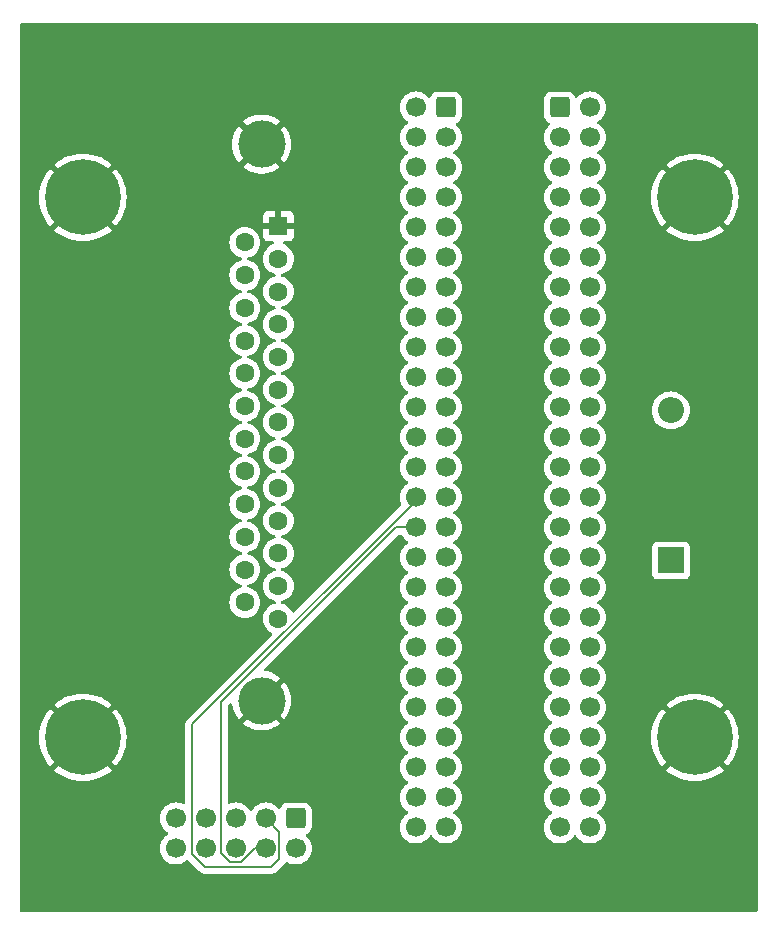
<source format=gbr>
%TF.GenerationSoftware,KiCad,Pcbnew,8.0.8*%
%TF.CreationDate,2025-02-24T20:58:23+01:00*%
%TF.ProjectId,TDSystemsVikingSCSICabkit,54445379-7374-4656-9d73-56696b696e67,rev?*%
%TF.SameCoordinates,Original*%
%TF.FileFunction,Copper,L1,Top*%
%TF.FilePolarity,Positive*%
%FSLAX46Y46*%
G04 Gerber Fmt 4.6, Leading zero omitted, Abs format (unit mm)*
G04 Created by KiCad (PCBNEW 8.0.8) date 2025-02-24 20:58:23*
%MOMM*%
%LPD*%
G01*
G04 APERTURE LIST*
G04 Aperture macros list*
%AMRoundRect*
0 Rectangle with rounded corners*
0 $1 Rounding radius*
0 $2 $3 $4 $5 $6 $7 $8 $9 X,Y pos of 4 corners*
0 Add a 4 corners polygon primitive as box body*
4,1,4,$2,$3,$4,$5,$6,$7,$8,$9,$2,$3,0*
0 Add four circle primitives for the rounded corners*
1,1,$1+$1,$2,$3*
1,1,$1+$1,$4,$5*
1,1,$1+$1,$6,$7*
1,1,$1+$1,$8,$9*
0 Add four rect primitives between the rounded corners*
20,1,$1+$1,$2,$3,$4,$5,0*
20,1,$1+$1,$4,$5,$6,$7,0*
20,1,$1+$1,$6,$7,$8,$9,0*
20,1,$1+$1,$8,$9,$2,$3,0*%
G04 Aperture macros list end*
%TA.AperFunction,ComponentPad*%
%ADD10C,4.000000*%
%TD*%
%TA.AperFunction,ComponentPad*%
%ADD11R,1.600000X1.600000*%
%TD*%
%TA.AperFunction,ComponentPad*%
%ADD12C,1.600000*%
%TD*%
%TA.AperFunction,ComponentPad*%
%ADD13C,0.800000*%
%TD*%
%TA.AperFunction,ComponentPad*%
%ADD14C,6.400000*%
%TD*%
%TA.AperFunction,ComponentPad*%
%ADD15RoundRect,0.250000X-0.600000X-0.600000X0.600000X-0.600000X0.600000X0.600000X-0.600000X0.600000X0*%
%TD*%
%TA.AperFunction,ComponentPad*%
%ADD16C,1.700000*%
%TD*%
%TA.AperFunction,ComponentPad*%
%ADD17RoundRect,0.250000X-0.600000X0.600000X-0.600000X-0.600000X0.600000X-0.600000X0.600000X0.600000X0*%
%TD*%
%TA.AperFunction,ComponentPad*%
%ADD18R,2.200000X2.200000*%
%TD*%
%TA.AperFunction,ComponentPad*%
%ADD19O,2.200000X2.200000*%
%TD*%
%TA.AperFunction,ComponentPad*%
%ADD20RoundRect,0.250000X0.600000X0.600000X-0.600000X0.600000X-0.600000X-0.600000X0.600000X-0.600000X0*%
%TD*%
%TA.AperFunction,Conductor*%
%ADD21C,0.200000*%
%TD*%
G04 APERTURE END LIST*
D10*
%TO.P,J3,0,PAD*%
%TO.N,/CHASSI*%
X123340000Y-73727000D03*
X123340000Y-120827000D03*
D11*
%TO.P,J3,1,1*%
X124760000Y-80657000D03*
D12*
%TO.P,J3,2,2*%
%TO.N,Net-(J1-Pin_20)*%
X124760000Y-83427000D03*
%TO.P,J3,3,3*%
%TO.N,Net-(J1-Pin_22)*%
X124760000Y-86197000D03*
%TO.P,J3,4,4*%
%TO.N,unconnected-(J3-Pad4)*%
X124760000Y-88967000D03*
%TO.P,J3,5,5*%
%TO.N,unconnected-(J3-Pad5)*%
X124760000Y-91737000D03*
%TO.P,J3,6,6*%
%TO.N,unconnected-(J3-Pad6)*%
X124760000Y-94507000D03*
%TO.P,J3,7,7*%
%TO.N,Net-(J1-Pin_19)*%
X124760000Y-97277000D03*
%TO.P,J3,8,8*%
%TO.N,unconnected-(J3-Pad8)*%
X124760000Y-100047000D03*
%TO.P,J3,9,9*%
%TO.N,unconnected-(J3-Pad9)*%
X124760000Y-102817000D03*
%TO.P,J3,10,10*%
%TO.N,unconnected-(J3-Pad10)*%
X124760000Y-105587000D03*
%TO.P,J3,11,11*%
%TO.N,unconnected-(J3-Pad11)*%
X124760000Y-108357000D03*
%TO.P,J3,12,12*%
%TO.N,unconnected-(J3-Pad12)*%
X124760000Y-111127000D03*
%TO.P,J3,13,13*%
%TO.N,unconnected-(J3-Pad13)*%
X124760000Y-113897000D03*
%TO.P,J3,14,P14*%
%TO.N,unconnected-(J3-P14-Pad14)*%
X121920000Y-82042000D03*
%TO.P,J3,15,P15*%
%TO.N,unconnected-(J3-P15-Pad15)*%
X121920000Y-84812000D03*
%TO.P,J3,16,P16*%
%TO.N,unconnected-(J3-P16-Pad16)*%
X121920000Y-87582000D03*
%TO.P,J3,17,P17*%
%TO.N,unconnected-(J3-P17-Pad17)*%
X121920000Y-90352000D03*
%TO.P,J3,18,P18*%
%TO.N,unconnected-(J3-P18-Pad18)*%
X121920000Y-93122000D03*
%TO.P,J3,19,P19*%
%TO.N,unconnected-(J3-P19-Pad19)*%
X121920000Y-95892000D03*
%TO.P,J3,20,P20*%
%TO.N,unconnected-(J3-P20-Pad20)*%
X121920000Y-98662000D03*
%TO.P,J3,21,P21*%
%TO.N,unconnected-(J3-P21-Pad21)*%
X121920000Y-101432000D03*
%TO.P,J3,22,P22*%
%TO.N,unconnected-(J3-P22-Pad22)*%
X121920000Y-104202000D03*
%TO.P,J3,23,P23*%
%TO.N,unconnected-(J3-P23-Pad23)*%
X121920000Y-106972000D03*
%TO.P,J3,24,P24*%
%TO.N,unconnected-(J3-P24-Pad24)*%
X121920000Y-109742000D03*
%TO.P,J3,25,P25*%
%TO.N,unconnected-(J3-P25-Pad25)*%
X121920000Y-112512000D03*
%TD*%
D13*
%TO.P,H4,1,1*%
%TO.N,/CHASSI*%
X105804000Y-123952000D03*
X106506944Y-122254944D03*
X106506944Y-125649056D03*
X108204000Y-121552000D03*
D14*
X108204000Y-123952000D03*
D13*
X108204000Y-126352000D03*
X109901056Y-122254944D03*
X109901056Y-125649056D03*
X110604000Y-123952000D03*
%TD*%
%TO.P,H2,1,1*%
%TO.N,/CHASSI*%
X157620000Y-78232000D03*
X158322944Y-76534944D03*
X158322944Y-79929056D03*
X160020000Y-75832000D03*
D14*
X160020000Y-78232000D03*
D13*
X160020000Y-80632000D03*
X161717056Y-76534944D03*
X161717056Y-79929056D03*
X162420000Y-78232000D03*
%TD*%
%TO.P,H3,1,1*%
%TO.N,/CHASSI*%
X105804000Y-78232000D03*
X106506944Y-76534944D03*
X106506944Y-79929056D03*
X108204000Y-75832000D03*
D14*
X108204000Y-78232000D03*
D13*
X108204000Y-80632000D03*
X109901056Y-76534944D03*
X109901056Y-79929056D03*
X110604000Y-78232000D03*
%TD*%
D15*
%TO.P,J2,1,Pin_1*%
%TO.N,Net-(J1-Pin_1)*%
X148590000Y-70612000D03*
D16*
%TO.P,J2,2,Pin_2*%
%TO.N,Net-(J1-Pin_2)*%
X151130000Y-70612000D03*
%TO.P,J2,3,Pin_3*%
%TO.N,Net-(J1-Pin_3)*%
X148590000Y-73152000D03*
%TO.P,J2,4,Pin_4*%
%TO.N,Net-(J1-Pin_4)*%
X151130000Y-73152000D03*
%TO.P,J2,5,Pin_5*%
%TO.N,Net-(J1-Pin_5)*%
X148590000Y-75692000D03*
%TO.P,J2,6,Pin_6*%
%TO.N,Net-(J1-Pin_6)*%
X151130000Y-75692000D03*
%TO.P,J2,7,Pin_7*%
%TO.N,Net-(J1-Pin_7)*%
X148590000Y-78232000D03*
%TO.P,J2,8,Pin_8*%
%TO.N,Net-(J1-Pin_8)*%
X151130000Y-78232000D03*
%TO.P,J2,9,Pin_9*%
%TO.N,Net-(J1-Pin_9)*%
X148590000Y-80772000D03*
%TO.P,J2,10,Pin_10*%
%TO.N,Net-(J1-Pin_10)*%
X151130000Y-80772000D03*
%TO.P,J2,11,Pin_11*%
%TO.N,Net-(J1-Pin_11)*%
X148590000Y-83312000D03*
%TO.P,J2,12,Pin_12*%
%TO.N,Net-(J1-Pin_12)*%
X151130000Y-83312000D03*
%TO.P,J2,13,Pin_13*%
%TO.N,Net-(J1-Pin_13)*%
X148590000Y-85852000D03*
%TO.P,J2,14,Pin_14*%
%TO.N,Net-(J1-Pin_14)*%
X151130000Y-85852000D03*
%TO.P,J2,15,Pin_15*%
%TO.N,Net-(J1-Pin_15)*%
X148590000Y-88392000D03*
%TO.P,J2,16,Pin_16*%
%TO.N,Net-(J1-Pin_16)*%
X151130000Y-88392000D03*
%TO.P,J2,17,Pin_17*%
%TO.N,Net-(J1-Pin_17)*%
X148590000Y-90932000D03*
%TO.P,J2,18,Pin_18*%
%TO.N,Net-(J1-Pin_18)*%
X151130000Y-90932000D03*
%TO.P,J2,19,Pin_19*%
%TO.N,Net-(J1-Pin_19)*%
X148590000Y-93472000D03*
%TO.P,J2,20,Pin_20*%
X151130000Y-93472000D03*
%TO.P,J2,21,Pin_21*%
X148590000Y-96012000D03*
%TO.P,J2,22,Pin_22*%
X151130000Y-96012000D03*
%TO.P,J2,23,Pin_23*%
X148590000Y-98552000D03*
%TO.P,J2,24,Pin_24*%
X151130000Y-98552000D03*
%TO.P,J2,25,Pin_25*%
%TO.N,unconnected-(J2-Pin_25-Pad25)*%
X148590000Y-101092000D03*
%TO.P,J2,26,Pin_26*%
%TO.N,Net-(D1-K)*%
X151130000Y-101092000D03*
%TO.P,J2,27,Pin_27*%
%TO.N,Net-(J1-Pin_19)*%
X148590000Y-103632000D03*
%TO.P,J2,28,Pin_28*%
X151130000Y-103632000D03*
%TO.P,J2,29,Pin_29*%
X148590000Y-106172000D03*
%TO.P,J2,30,Pin_30*%
X151130000Y-106172000D03*
%TO.P,J2,31,Pin_31*%
%TO.N,Net-(J1-Pin_31)*%
X148590000Y-108712000D03*
%TO.P,J2,32,Pin_32*%
%TO.N,Net-(J1-Pin_32)*%
X151130000Y-108712000D03*
%TO.P,J2,33,Pin_33*%
%TO.N,Net-(J1-Pin_33)*%
X148590000Y-111252000D03*
%TO.P,J2,34,Pin_34*%
%TO.N,Net-(J1-Pin_34)*%
X151130000Y-111252000D03*
%TO.P,J2,35,Pin_35*%
%TO.N,Net-(J1-Pin_35)*%
X148590000Y-113792000D03*
%TO.P,J2,36,Pin_36*%
%TO.N,Net-(J1-Pin_36)*%
X151130000Y-113792000D03*
%TO.P,J2,37,Pin_37*%
%TO.N,Net-(J1-Pin_37)*%
X148590000Y-116332000D03*
%TO.P,J2,38,Pin_38*%
%TO.N,Net-(J1-Pin_38)*%
X151130000Y-116332000D03*
%TO.P,J2,39,Pin_39*%
%TO.N,Net-(J1-Pin_39)*%
X148590000Y-118872000D03*
%TO.P,J2,40,Pin_40*%
%TO.N,Net-(J1-Pin_40)*%
X151130000Y-118872000D03*
%TO.P,J2,41,Pin_41*%
%TO.N,Net-(J1-Pin_41)*%
X148590000Y-121412000D03*
%TO.P,J2,42,Pin_42*%
%TO.N,Net-(J1-Pin_42)*%
X151130000Y-121412000D03*
%TO.P,J2,43,Pin_43*%
%TO.N,Net-(J1-Pin_43)*%
X148590000Y-123952000D03*
%TO.P,J2,44,Pin_44*%
%TO.N,Net-(J1-Pin_44)*%
X151130000Y-123952000D03*
%TO.P,J2,45,Pin_45*%
%TO.N,Net-(J1-Pin_45)*%
X148590000Y-126492000D03*
%TO.P,J2,46,Pin_46*%
%TO.N,Net-(J1-Pin_46)*%
X151130000Y-126492000D03*
%TO.P,J2,47,Pin_47*%
%TO.N,Net-(J1-Pin_47)*%
X148590000Y-129032000D03*
%TO.P,J2,48,Pin_48*%
%TO.N,Net-(J1-Pin_48)*%
X151130000Y-129032000D03*
%TO.P,J2,49,Pin_49*%
%TO.N,Net-(J1-Pin_49)*%
X148590000Y-131572000D03*
%TO.P,J2,50,Pin_50*%
%TO.N,Net-(J1-Pin_50)*%
X151130000Y-131572000D03*
%TD*%
D17*
%TO.P,J4,1,Pin_1*%
%TO.N,Net-(J1-Pin_19)*%
X126238000Y-130810000D03*
D16*
%TO.P,J4,2,Pin_2*%
X126238000Y-133350000D03*
%TO.P,J4,3,Pin_3*%
%TO.N,Net-(J1-Pin_28)*%
X123698000Y-130810000D03*
%TO.P,J4,4,Pin_4*%
%TO.N,Net-(J1-Pin_30)*%
X123698000Y-133350000D03*
%TO.P,J4,5,Pin_5*%
%TO.N,Net-(D1-A)*%
X121158000Y-130810000D03*
%TO.P,J4,6,Pin_6*%
X121158000Y-133350000D03*
%TO.P,J4,7,Pin_7*%
%TO.N,unconnected-(J4-Pin_7-Pad7)*%
X118618000Y-130810000D03*
%TO.P,J4,8,Pin_8*%
%TO.N,unconnected-(J4-Pin_8-Pad8)*%
X118618000Y-133350000D03*
%TO.P,J4,9,Pin_9*%
%TO.N,Net-(J1-Pin_19)*%
X116078000Y-130810000D03*
%TO.P,J4,10,Pin_10*%
X116078000Y-133350000D03*
%TD*%
D13*
%TO.P,H1,1,1*%
%TO.N,/CHASSI*%
X157620000Y-123952000D03*
X158322944Y-122254944D03*
X158322944Y-125649056D03*
X160020000Y-121552000D03*
D14*
X160020000Y-123952000D03*
D13*
X160020000Y-126352000D03*
X161717056Y-122254944D03*
X161717056Y-125649056D03*
X162420000Y-123952000D03*
%TD*%
D18*
%TO.P,D1,1,K*%
%TO.N,Net-(D1-K)*%
X157988000Y-108966000D03*
D19*
%TO.P,D1,2,A*%
%TO.N,Net-(D1-A)*%
X157988000Y-96266000D03*
%TD*%
D20*
%TO.P,J1,1,Pin_1*%
%TO.N,Net-(J1-Pin_1)*%
X138938000Y-70612000D03*
D16*
%TO.P,J1,2,Pin_2*%
%TO.N,Net-(J1-Pin_2)*%
X136398000Y-70612000D03*
%TO.P,J1,3,Pin_3*%
%TO.N,Net-(J1-Pin_3)*%
X138938000Y-73152000D03*
%TO.P,J1,4,Pin_4*%
%TO.N,Net-(J1-Pin_4)*%
X136398000Y-73152000D03*
%TO.P,J1,5,Pin_5*%
%TO.N,Net-(J1-Pin_5)*%
X138938000Y-75692000D03*
%TO.P,J1,6,Pin_6*%
%TO.N,Net-(J1-Pin_6)*%
X136398000Y-75692000D03*
%TO.P,J1,7,Pin_7*%
%TO.N,Net-(J1-Pin_7)*%
X138938000Y-78232000D03*
%TO.P,J1,8,Pin_8*%
%TO.N,Net-(J1-Pin_8)*%
X136398000Y-78232000D03*
%TO.P,J1,9,Pin_9*%
%TO.N,Net-(J1-Pin_9)*%
X138938000Y-80772000D03*
%TO.P,J1,10,Pin_10*%
%TO.N,Net-(J1-Pin_10)*%
X136398000Y-80772000D03*
%TO.P,J1,11,Pin_11*%
%TO.N,Net-(J1-Pin_11)*%
X138938000Y-83312000D03*
%TO.P,J1,12,Pin_12*%
%TO.N,Net-(J1-Pin_12)*%
X136398000Y-83312000D03*
%TO.P,J1,13,Pin_13*%
%TO.N,Net-(J1-Pin_13)*%
X138938000Y-85852000D03*
%TO.P,J1,14,Pin_14*%
%TO.N,Net-(J1-Pin_14)*%
X136398000Y-85852000D03*
%TO.P,J1,15,Pin_15*%
%TO.N,Net-(J1-Pin_15)*%
X138938000Y-88392000D03*
%TO.P,J1,16,Pin_16*%
%TO.N,Net-(J1-Pin_16)*%
X136398000Y-88392000D03*
%TO.P,J1,17,Pin_17*%
%TO.N,Net-(J1-Pin_17)*%
X138938000Y-90932000D03*
%TO.P,J1,18,Pin_18*%
%TO.N,Net-(J1-Pin_18)*%
X136398000Y-90932000D03*
%TO.P,J1,19,Pin_19*%
%TO.N,Net-(J1-Pin_19)*%
X138938000Y-93472000D03*
%TO.P,J1,20,Pin_20*%
%TO.N,Net-(J1-Pin_20)*%
X136398000Y-93472000D03*
%TO.P,J1,21,Pin_21*%
%TO.N,Net-(J1-Pin_19)*%
X138938000Y-96012000D03*
%TO.P,J1,22,Pin_22*%
%TO.N,Net-(J1-Pin_22)*%
X136398000Y-96012000D03*
%TO.P,J1,23,Pin_23*%
%TO.N,Net-(J1-Pin_19)*%
X138938000Y-98552000D03*
%TO.P,J1,24,Pin_24*%
X136398000Y-98552000D03*
%TO.P,J1,25,Pin_25*%
%TO.N,unconnected-(J1-Pin_25-Pad25)*%
X138938000Y-101092000D03*
%TO.P,J1,26,Pin_26*%
%TO.N,Net-(D1-A)*%
X136398000Y-101092000D03*
%TO.P,J1,27,Pin_27*%
%TO.N,Net-(J1-Pin_19)*%
X138938000Y-103632000D03*
%TO.P,J1,28,Pin_28*%
%TO.N,Net-(J1-Pin_28)*%
X136398000Y-103632000D03*
%TO.P,J1,29,Pin_29*%
%TO.N,Net-(J1-Pin_19)*%
X138938000Y-106172000D03*
%TO.P,J1,30,Pin_30*%
%TO.N,Net-(J1-Pin_30)*%
X136398000Y-106172000D03*
%TO.P,J1,31,Pin_31*%
%TO.N,Net-(J1-Pin_31)*%
X138938000Y-108712000D03*
%TO.P,J1,32,Pin_32*%
%TO.N,Net-(J1-Pin_32)*%
X136398000Y-108712000D03*
%TO.P,J1,33,Pin_33*%
%TO.N,Net-(J1-Pin_33)*%
X138938000Y-111252000D03*
%TO.P,J1,34,Pin_34*%
%TO.N,Net-(J1-Pin_34)*%
X136398000Y-111252000D03*
%TO.P,J1,35,Pin_35*%
%TO.N,Net-(J1-Pin_35)*%
X138938000Y-113792000D03*
%TO.P,J1,36,Pin_36*%
%TO.N,Net-(J1-Pin_36)*%
X136398000Y-113792000D03*
%TO.P,J1,37,Pin_37*%
%TO.N,Net-(J1-Pin_37)*%
X138938000Y-116332000D03*
%TO.P,J1,38,Pin_38*%
%TO.N,Net-(J1-Pin_38)*%
X136398000Y-116332000D03*
%TO.P,J1,39,Pin_39*%
%TO.N,Net-(J1-Pin_39)*%
X138938000Y-118872000D03*
%TO.P,J1,40,Pin_40*%
%TO.N,Net-(J1-Pin_40)*%
X136398000Y-118872000D03*
%TO.P,J1,41,Pin_41*%
%TO.N,Net-(J1-Pin_41)*%
X138938000Y-121412000D03*
%TO.P,J1,42,Pin_42*%
%TO.N,Net-(J1-Pin_42)*%
X136398000Y-121412000D03*
%TO.P,J1,43,Pin_43*%
%TO.N,Net-(J1-Pin_43)*%
X138938000Y-123952000D03*
%TO.P,J1,44,Pin_44*%
%TO.N,Net-(J1-Pin_44)*%
X136398000Y-123952000D03*
%TO.P,J1,45,Pin_45*%
%TO.N,Net-(J1-Pin_45)*%
X138938000Y-126492000D03*
%TO.P,J1,46,Pin_46*%
%TO.N,Net-(J1-Pin_46)*%
X136398000Y-126492000D03*
%TO.P,J1,47,Pin_47*%
%TO.N,Net-(J1-Pin_47)*%
X138938000Y-129032000D03*
%TO.P,J1,48,Pin_48*%
%TO.N,Net-(J1-Pin_48)*%
X136398000Y-129032000D03*
%TO.P,J1,49,Pin_49*%
%TO.N,Net-(J1-Pin_49)*%
X138938000Y-131572000D03*
%TO.P,J1,50,Pin_50*%
%TO.N,Net-(J1-Pin_50)*%
X136398000Y-131572000D03*
%TD*%
D21*
%TO.N,Net-(J1-Pin_28)*%
X117468000Y-133826346D02*
X117468000Y-122841514D01*
X117468000Y-122841514D02*
X136398000Y-103911514D01*
X136398000Y-103911514D02*
X136398000Y-103632000D01*
%TO.N,Net-(J1-Pin_30)*%
X121634346Y-134500000D02*
X120681654Y-134500000D01*
X120681654Y-134500000D02*
X119888000Y-133706346D01*
X122784346Y-133350000D02*
X121634346Y-134500000D01*
X123698000Y-133350000D02*
X122784346Y-133350000D01*
X119888000Y-133706346D02*
X119888000Y-120987200D01*
X119888000Y-120987200D02*
X134703200Y-106172000D01*
X134703200Y-106172000D02*
X136398000Y-106172000D01*
%TO.N,Net-(J1-Pin_28)*%
X123698000Y-130810000D02*
X124848000Y-131960000D01*
X124848000Y-131960000D02*
X124848000Y-134232000D01*
X124848000Y-134232000D02*
X124180000Y-134900000D01*
X124180000Y-134900000D02*
X118541654Y-134900000D01*
X118541654Y-134900000D02*
X117468000Y-133826346D01*
%TD*%
%TA.AperFunction,Conductor*%
%TO.N,/CHASSI*%
G36*
X165304539Y-63512185D02*
G01*
X165350294Y-63564989D01*
X165361500Y-63616500D01*
X165361500Y-138567500D01*
X165341815Y-138634539D01*
X165289011Y-138680294D01*
X165237500Y-138691500D01*
X102986500Y-138691500D01*
X102919461Y-138671815D01*
X102873706Y-138619011D01*
X102862500Y-138567500D01*
X102862500Y-130809999D01*
X114722341Y-130809999D01*
X114722341Y-130810000D01*
X114742936Y-131045403D01*
X114742938Y-131045413D01*
X114804094Y-131273655D01*
X114804096Y-131273659D01*
X114804097Y-131273663D01*
X114884004Y-131445023D01*
X114903965Y-131487830D01*
X114903967Y-131487834D01*
X115012281Y-131642521D01*
X115039501Y-131681396D01*
X115039506Y-131681402D01*
X115206597Y-131848493D01*
X115206603Y-131848498D01*
X115392158Y-131978425D01*
X115435783Y-132033002D01*
X115442977Y-132102500D01*
X115411454Y-132164855D01*
X115392158Y-132181575D01*
X115206597Y-132311505D01*
X115039505Y-132478597D01*
X114903965Y-132672169D01*
X114903964Y-132672171D01*
X114804098Y-132886335D01*
X114804094Y-132886344D01*
X114742938Y-133114586D01*
X114742936Y-133114596D01*
X114722341Y-133349999D01*
X114722341Y-133350000D01*
X114742936Y-133585403D01*
X114742938Y-133585413D01*
X114804094Y-133813655D01*
X114804096Y-133813659D01*
X114804097Y-133813663D01*
X114903965Y-134027830D01*
X114903967Y-134027834D01*
X115012281Y-134182521D01*
X115039505Y-134221401D01*
X115206599Y-134388495D01*
X115303384Y-134456265D01*
X115400165Y-134524032D01*
X115400167Y-134524033D01*
X115400170Y-134524035D01*
X115614337Y-134623903D01*
X115842592Y-134685063D01*
X116030918Y-134701539D01*
X116077999Y-134705659D01*
X116078000Y-134705659D01*
X116078001Y-134705659D01*
X116117234Y-134702226D01*
X116313408Y-134685063D01*
X116541663Y-134623903D01*
X116755830Y-134524035D01*
X116949401Y-134388495D01*
X116977478Y-134360417D01*
X117038797Y-134326934D01*
X117108489Y-134331918D01*
X117152838Y-134360419D01*
X118056793Y-135264374D01*
X118056803Y-135264385D01*
X118061133Y-135268715D01*
X118061134Y-135268716D01*
X118172938Y-135380520D01*
X118259749Y-135430639D01*
X118259751Y-135430641D01*
X118297805Y-135452611D01*
X118309869Y-135459577D01*
X118462597Y-135500501D01*
X118462600Y-135500501D01*
X118628307Y-135500501D01*
X118628323Y-135500500D01*
X124093331Y-135500500D01*
X124093347Y-135500501D01*
X124100943Y-135500501D01*
X124259054Y-135500501D01*
X124259057Y-135500501D01*
X124411785Y-135459577D01*
X124461904Y-135430639D01*
X124548716Y-135380520D01*
X124660520Y-135268716D01*
X124660520Y-135268714D01*
X124670728Y-135258507D01*
X124670729Y-135258504D01*
X125328520Y-134600716D01*
X125359073Y-134547795D01*
X125409638Y-134499580D01*
X125478245Y-134486356D01*
X125537583Y-134508220D01*
X125560168Y-134524034D01*
X125560170Y-134524035D01*
X125774337Y-134623903D01*
X126002592Y-134685063D01*
X126190918Y-134701539D01*
X126237999Y-134705659D01*
X126238000Y-134705659D01*
X126238001Y-134705659D01*
X126277234Y-134702226D01*
X126473408Y-134685063D01*
X126701663Y-134623903D01*
X126915830Y-134524035D01*
X127109401Y-134388495D01*
X127276495Y-134221401D01*
X127412035Y-134027830D01*
X127511903Y-133813663D01*
X127573063Y-133585408D01*
X127593659Y-133350000D01*
X127573063Y-133114592D01*
X127522975Y-132927659D01*
X127511905Y-132886344D01*
X127511904Y-132886343D01*
X127511903Y-132886337D01*
X127412035Y-132672171D01*
X127368852Y-132610498D01*
X127276494Y-132478597D01*
X127109398Y-132311501D01*
X127108030Y-132310354D01*
X127107592Y-132309696D01*
X127105573Y-132307677D01*
X127105978Y-132307271D01*
X127069330Y-132252182D01*
X127068224Y-132182321D01*
X127105063Y-132122952D01*
X127148737Y-132097662D01*
X127157334Y-132094814D01*
X127306656Y-132002712D01*
X127430712Y-131878656D01*
X127522814Y-131729334D01*
X127577999Y-131562797D01*
X127588500Y-131460009D01*
X127588499Y-130159992D01*
X127577999Y-130057203D01*
X127522814Y-129890666D01*
X127430712Y-129741344D01*
X127306656Y-129617288D01*
X127175027Y-129536099D01*
X127157336Y-129525187D01*
X127157331Y-129525185D01*
X127133448Y-129517271D01*
X126990797Y-129470001D01*
X126990795Y-129470000D01*
X126888010Y-129459500D01*
X125587998Y-129459500D01*
X125587981Y-129459501D01*
X125485203Y-129470000D01*
X125485200Y-129470001D01*
X125318668Y-129525185D01*
X125318663Y-129525187D01*
X125169342Y-129617289D01*
X125045289Y-129741342D01*
X124953187Y-129890663D01*
X124953183Y-129890673D01*
X124950335Y-129899268D01*
X124910560Y-129956711D01*
X124846044Y-129983531D01*
X124777268Y-129971214D01*
X124740517Y-129942233D01*
X124740324Y-129942427D01*
X124738682Y-129940785D01*
X124737642Y-129939965D01*
X124736494Y-129938597D01*
X124569402Y-129771506D01*
X124569395Y-129771501D01*
X124375834Y-129635967D01*
X124375830Y-129635965D01*
X124311094Y-129605778D01*
X124161663Y-129536097D01*
X124161659Y-129536096D01*
X124161655Y-129536094D01*
X123933413Y-129474938D01*
X123933403Y-129474936D01*
X123698001Y-129454341D01*
X123697999Y-129454341D01*
X123462596Y-129474936D01*
X123462586Y-129474938D01*
X123234344Y-129536094D01*
X123234335Y-129536098D01*
X123020171Y-129635964D01*
X123020169Y-129635965D01*
X122826597Y-129771505D01*
X122659505Y-129938597D01*
X122529575Y-130124158D01*
X122474998Y-130167783D01*
X122405500Y-130174977D01*
X122343145Y-130143454D01*
X122326425Y-130124158D01*
X122196494Y-129938597D01*
X122029402Y-129771506D01*
X122029395Y-129771501D01*
X121835834Y-129635967D01*
X121835830Y-129635965D01*
X121771094Y-129605778D01*
X121621663Y-129536097D01*
X121621659Y-129536096D01*
X121621655Y-129536094D01*
X121393413Y-129474938D01*
X121393403Y-129474936D01*
X121158001Y-129454341D01*
X121157999Y-129454341D01*
X120922596Y-129474936D01*
X120922586Y-129474938D01*
X120694344Y-129536094D01*
X120694335Y-129536098D01*
X120664903Y-129549822D01*
X120595826Y-129560313D01*
X120532042Y-129531792D01*
X120493803Y-129473315D01*
X120488500Y-129437439D01*
X120488500Y-121287296D01*
X120508185Y-121220257D01*
X120524814Y-121199620D01*
X120645743Y-121078691D01*
X120707064Y-121045208D01*
X120776756Y-121050192D01*
X120832689Y-121092064D01*
X120855226Y-121143138D01*
X120913756Y-121449959D01*
X121010963Y-121749132D01*
X121010965Y-121749137D01*
X121144900Y-122033761D01*
X121144903Y-122033767D01*
X121313452Y-122299359D01*
X121404286Y-122409158D01*
X122045747Y-121767696D01*
X122119588Y-121869330D01*
X122297670Y-122047412D01*
X122399300Y-122121251D01*
X121754972Y-122765579D01*
X121997780Y-122941990D01*
X121997790Y-122941996D01*
X122273447Y-123093540D01*
X122273455Y-123093544D01*
X122565926Y-123209340D01*
X122870620Y-123287573D01*
X122870629Y-123287575D01*
X123182701Y-123326999D01*
X123182715Y-123327000D01*
X123497285Y-123327000D01*
X123497298Y-123326999D01*
X123809370Y-123287575D01*
X123809379Y-123287573D01*
X124114073Y-123209340D01*
X124406544Y-123093544D01*
X124406552Y-123093540D01*
X124682203Y-122942000D01*
X124682214Y-122941993D01*
X124925025Y-122765579D01*
X124925026Y-122765579D01*
X124280698Y-122121251D01*
X124382330Y-122047412D01*
X124560412Y-121869330D01*
X124634252Y-121767698D01*
X125275712Y-122409158D01*
X125366544Y-122299364D01*
X125535096Y-122033767D01*
X125535099Y-122033761D01*
X125669034Y-121749137D01*
X125669036Y-121749132D01*
X125766244Y-121449958D01*
X125825191Y-121140949D01*
X125825192Y-121140942D01*
X125844943Y-120827005D01*
X125844943Y-120826994D01*
X125825192Y-120513057D01*
X125825191Y-120513050D01*
X125766244Y-120204041D01*
X125669036Y-119904867D01*
X125669034Y-119904862D01*
X125535099Y-119620238D01*
X125535096Y-119620232D01*
X125366544Y-119354635D01*
X125275712Y-119244839D01*
X124634250Y-119886300D01*
X124560412Y-119784670D01*
X124382330Y-119606588D01*
X124280697Y-119532747D01*
X124925026Y-118888419D01*
X124682219Y-118712009D01*
X124682209Y-118712003D01*
X124406552Y-118560459D01*
X124406544Y-118560455D01*
X124114073Y-118444659D01*
X123809379Y-118366426D01*
X123809372Y-118366424D01*
X123659753Y-118347523D01*
X123595710Y-118319591D01*
X123556934Y-118261469D01*
X123555737Y-118191610D01*
X123587612Y-118136822D01*
X134915617Y-106808819D01*
X134976940Y-106775334D01*
X135003298Y-106772500D01*
X135108909Y-106772500D01*
X135175948Y-106792185D01*
X135221292Y-106844097D01*
X135223965Y-106849830D01*
X135359501Y-107043396D01*
X135359506Y-107043402D01*
X135526597Y-107210493D01*
X135526603Y-107210498D01*
X135712158Y-107340425D01*
X135755783Y-107395002D01*
X135762977Y-107464500D01*
X135731454Y-107526855D01*
X135712158Y-107543575D01*
X135526597Y-107673505D01*
X135359505Y-107840597D01*
X135223965Y-108034169D01*
X135223964Y-108034171D01*
X135124098Y-108248335D01*
X135124094Y-108248344D01*
X135062938Y-108476586D01*
X135062936Y-108476596D01*
X135042341Y-108711999D01*
X135042341Y-108712000D01*
X135062936Y-108947403D01*
X135062938Y-108947413D01*
X135124094Y-109175655D01*
X135124096Y-109175659D01*
X135124097Y-109175663D01*
X135179979Y-109295502D01*
X135223965Y-109389830D01*
X135223967Y-109389834D01*
X135311826Y-109515308D01*
X135359501Y-109583396D01*
X135359506Y-109583402D01*
X135526597Y-109750493D01*
X135526603Y-109750498D01*
X135712158Y-109880425D01*
X135755783Y-109935002D01*
X135762977Y-110004500D01*
X135731454Y-110066855D01*
X135712158Y-110083575D01*
X135526597Y-110213505D01*
X135359505Y-110380597D01*
X135223965Y-110574169D01*
X135223964Y-110574171D01*
X135124098Y-110788335D01*
X135124094Y-110788344D01*
X135062938Y-111016586D01*
X135062936Y-111016596D01*
X135042341Y-111251999D01*
X135042341Y-111252000D01*
X135062936Y-111487403D01*
X135062938Y-111487413D01*
X135124094Y-111715655D01*
X135124096Y-111715659D01*
X135124097Y-111715663D01*
X135191061Y-111859267D01*
X135223965Y-111929830D01*
X135223967Y-111929834D01*
X135249390Y-111966141D01*
X135359501Y-112123396D01*
X135359506Y-112123402D01*
X135526597Y-112290493D01*
X135526603Y-112290498D01*
X135712158Y-112420425D01*
X135755783Y-112475002D01*
X135762977Y-112544500D01*
X135731454Y-112606855D01*
X135712158Y-112623575D01*
X135526597Y-112753505D01*
X135359505Y-112920597D01*
X135223965Y-113114169D01*
X135223964Y-113114171D01*
X135124098Y-113328335D01*
X135124094Y-113328344D01*
X135062938Y-113556586D01*
X135062936Y-113556596D01*
X135042341Y-113791999D01*
X135042341Y-113792000D01*
X135062936Y-114027403D01*
X135062938Y-114027413D01*
X135124094Y-114255655D01*
X135124096Y-114255659D01*
X135124097Y-114255663D01*
X135165055Y-114343497D01*
X135223965Y-114469830D01*
X135223967Y-114469834D01*
X135279913Y-114549732D01*
X135359501Y-114663396D01*
X135359506Y-114663402D01*
X135526597Y-114830493D01*
X135526603Y-114830498D01*
X135712158Y-114960425D01*
X135755783Y-115015002D01*
X135762977Y-115084500D01*
X135731454Y-115146855D01*
X135712158Y-115163575D01*
X135526597Y-115293505D01*
X135359505Y-115460597D01*
X135223965Y-115654169D01*
X135223964Y-115654171D01*
X135124098Y-115868335D01*
X135124094Y-115868344D01*
X135062938Y-116096586D01*
X135062936Y-116096596D01*
X135042341Y-116331999D01*
X135042341Y-116332000D01*
X135062936Y-116567403D01*
X135062938Y-116567413D01*
X135124094Y-116795655D01*
X135124096Y-116795659D01*
X135124097Y-116795663D01*
X135128000Y-116804032D01*
X135223965Y-117009830D01*
X135223967Y-117009834D01*
X135332281Y-117164521D01*
X135359501Y-117203396D01*
X135359506Y-117203402D01*
X135526597Y-117370493D01*
X135526603Y-117370498D01*
X135712158Y-117500425D01*
X135755783Y-117555002D01*
X135762977Y-117624500D01*
X135731454Y-117686855D01*
X135712158Y-117703575D01*
X135526597Y-117833505D01*
X135359505Y-118000597D01*
X135223965Y-118194169D01*
X135223964Y-118194171D01*
X135124098Y-118408335D01*
X135124094Y-118408344D01*
X135062938Y-118636586D01*
X135062936Y-118636596D01*
X135042341Y-118871999D01*
X135042341Y-118872000D01*
X135062936Y-119107403D01*
X135062938Y-119107413D01*
X135124094Y-119335655D01*
X135124096Y-119335659D01*
X135124097Y-119335663D01*
X135128000Y-119344032D01*
X135223965Y-119549830D01*
X135223967Y-119549834D01*
X135263707Y-119606588D01*
X135359501Y-119743396D01*
X135359506Y-119743402D01*
X135526597Y-119910493D01*
X135526603Y-119910498D01*
X135712158Y-120040425D01*
X135755783Y-120095002D01*
X135762977Y-120164500D01*
X135731454Y-120226855D01*
X135712158Y-120243575D01*
X135526597Y-120373505D01*
X135359505Y-120540597D01*
X135223965Y-120734169D01*
X135223964Y-120734171D01*
X135124098Y-120948335D01*
X135124094Y-120948344D01*
X135062938Y-121176586D01*
X135062936Y-121176596D01*
X135042341Y-121411999D01*
X135042341Y-121412000D01*
X135062936Y-121647403D01*
X135062938Y-121647413D01*
X135124094Y-121875655D01*
X135124096Y-121875659D01*
X135124097Y-121875663D01*
X135128000Y-121884032D01*
X135223965Y-122089830D01*
X135223967Y-122089834D01*
X135297916Y-122195443D01*
X135359501Y-122283396D01*
X135359506Y-122283402D01*
X135526597Y-122450493D01*
X135526603Y-122450498D01*
X135712158Y-122580425D01*
X135755783Y-122635002D01*
X135762977Y-122704500D01*
X135731454Y-122766855D01*
X135712158Y-122783575D01*
X135526597Y-122913505D01*
X135359505Y-123080597D01*
X135223965Y-123274169D01*
X135223964Y-123274171D01*
X135124098Y-123488335D01*
X135124094Y-123488344D01*
X135062938Y-123716586D01*
X135062936Y-123716596D01*
X135042341Y-123951999D01*
X135042341Y-123952000D01*
X135062936Y-124187403D01*
X135062938Y-124187413D01*
X135124094Y-124415655D01*
X135124096Y-124415659D01*
X135124097Y-124415663D01*
X135128000Y-124424032D01*
X135223965Y-124629830D01*
X135223967Y-124629834D01*
X135288729Y-124722323D01*
X135359501Y-124823396D01*
X135359506Y-124823402D01*
X135526597Y-124990493D01*
X135526603Y-124990498D01*
X135712158Y-125120425D01*
X135755783Y-125175002D01*
X135762977Y-125244500D01*
X135731454Y-125306855D01*
X135712158Y-125323575D01*
X135526597Y-125453505D01*
X135359505Y-125620597D01*
X135223965Y-125814169D01*
X135223964Y-125814171D01*
X135124098Y-126028335D01*
X135124094Y-126028344D01*
X135062938Y-126256586D01*
X135062936Y-126256596D01*
X135042341Y-126491999D01*
X135042341Y-126492000D01*
X135062936Y-126727403D01*
X135062938Y-126727413D01*
X135124094Y-126955655D01*
X135124096Y-126955659D01*
X135124097Y-126955663D01*
X135128000Y-126964032D01*
X135223965Y-127169830D01*
X135223967Y-127169834D01*
X135332281Y-127324521D01*
X135359501Y-127363396D01*
X135359506Y-127363402D01*
X135526597Y-127530493D01*
X135526603Y-127530498D01*
X135712158Y-127660425D01*
X135755783Y-127715002D01*
X135762977Y-127784500D01*
X135731454Y-127846855D01*
X135712158Y-127863575D01*
X135526597Y-127993505D01*
X135359505Y-128160597D01*
X135223965Y-128354169D01*
X135223964Y-128354171D01*
X135124098Y-128568335D01*
X135124094Y-128568344D01*
X135062938Y-128796586D01*
X135062936Y-128796596D01*
X135042341Y-129031999D01*
X135042341Y-129032000D01*
X135062936Y-129267403D01*
X135062938Y-129267413D01*
X135124094Y-129495655D01*
X135124096Y-129495659D01*
X135124097Y-129495663D01*
X135187710Y-129632081D01*
X135223965Y-129709830D01*
X135223967Y-129709834D01*
X135267150Y-129771505D01*
X135359501Y-129903396D01*
X135359506Y-129903402D01*
X135526597Y-130070493D01*
X135526603Y-130070498D01*
X135712158Y-130200425D01*
X135755783Y-130255002D01*
X135762977Y-130324500D01*
X135731454Y-130386855D01*
X135712158Y-130403575D01*
X135526597Y-130533505D01*
X135359505Y-130700597D01*
X135223965Y-130894169D01*
X135223964Y-130894171D01*
X135124098Y-131108335D01*
X135124094Y-131108344D01*
X135062938Y-131336586D01*
X135062936Y-131336596D01*
X135042341Y-131571999D01*
X135042341Y-131572000D01*
X135062936Y-131807403D01*
X135062938Y-131807413D01*
X135124094Y-132035655D01*
X135124096Y-132035659D01*
X135124097Y-132035663D01*
X135187710Y-132172081D01*
X135223965Y-132249830D01*
X135223967Y-132249834D01*
X135267150Y-132311505D01*
X135359505Y-132443401D01*
X135526599Y-132610495D01*
X135614679Y-132672169D01*
X135720165Y-132746032D01*
X135720167Y-132746033D01*
X135720170Y-132746035D01*
X135934337Y-132845903D01*
X135934343Y-132845904D01*
X135934344Y-132845905D01*
X135989285Y-132860626D01*
X136162592Y-132907063D01*
X136350918Y-132923539D01*
X136397999Y-132927659D01*
X136398000Y-132927659D01*
X136398001Y-132927659D01*
X136437234Y-132924226D01*
X136633408Y-132907063D01*
X136861663Y-132845903D01*
X137075830Y-132746035D01*
X137269401Y-132610495D01*
X137436495Y-132443401D01*
X137566425Y-132257842D01*
X137621002Y-132214217D01*
X137690500Y-132207023D01*
X137752855Y-132238546D01*
X137769575Y-132257842D01*
X137899500Y-132443395D01*
X137899505Y-132443401D01*
X138066599Y-132610495D01*
X138154679Y-132672169D01*
X138260165Y-132746032D01*
X138260167Y-132746033D01*
X138260170Y-132746035D01*
X138474337Y-132845903D01*
X138474343Y-132845904D01*
X138474344Y-132845905D01*
X138529285Y-132860626D01*
X138702592Y-132907063D01*
X138890918Y-132923539D01*
X138937999Y-132927659D01*
X138938000Y-132927659D01*
X138938001Y-132927659D01*
X138977234Y-132924226D01*
X139173408Y-132907063D01*
X139401663Y-132845903D01*
X139615830Y-132746035D01*
X139809401Y-132610495D01*
X139976495Y-132443401D01*
X140112035Y-132249830D01*
X140211903Y-132035663D01*
X140273063Y-131807408D01*
X140293659Y-131572000D01*
X140273063Y-131336592D01*
X140211903Y-131108337D01*
X140112035Y-130894171D01*
X140106425Y-130886158D01*
X139976494Y-130700597D01*
X139809402Y-130533506D01*
X139809396Y-130533501D01*
X139623842Y-130403575D01*
X139580217Y-130348998D01*
X139573023Y-130279500D01*
X139604546Y-130217145D01*
X139623842Y-130200425D01*
X139670459Y-130167783D01*
X139809401Y-130070495D01*
X139976495Y-129903401D01*
X140112035Y-129709830D01*
X140211903Y-129495663D01*
X140273063Y-129267408D01*
X140293659Y-129032000D01*
X140273063Y-128796592D01*
X140211903Y-128568337D01*
X140112035Y-128354171D01*
X140106425Y-128346158D01*
X139976494Y-128160597D01*
X139809402Y-127993506D01*
X139809396Y-127993501D01*
X139623842Y-127863575D01*
X139580217Y-127808998D01*
X139573023Y-127739500D01*
X139604546Y-127677145D01*
X139623842Y-127660425D01*
X139657610Y-127636780D01*
X139809401Y-127530495D01*
X139976495Y-127363401D01*
X140112035Y-127169830D01*
X140211903Y-126955663D01*
X140273063Y-126727408D01*
X140293659Y-126492000D01*
X140273063Y-126256592D01*
X140211903Y-126028337D01*
X140112035Y-125814171D01*
X140106425Y-125806158D01*
X139976494Y-125620597D01*
X139809402Y-125453506D01*
X139809396Y-125453501D01*
X139623842Y-125323575D01*
X139580217Y-125268998D01*
X139573023Y-125199500D01*
X139604546Y-125137145D01*
X139623842Y-125120425D01*
X139657388Y-125096936D01*
X139809401Y-124990495D01*
X139976495Y-124823401D01*
X140112035Y-124629830D01*
X140211903Y-124415663D01*
X140273063Y-124187408D01*
X140293659Y-123952000D01*
X140273063Y-123716592D01*
X140211903Y-123488337D01*
X140112035Y-123274171D01*
X140106425Y-123266158D01*
X139976494Y-123080597D01*
X139809402Y-122913506D01*
X139809396Y-122913501D01*
X139623842Y-122783575D01*
X139580217Y-122728998D01*
X139573023Y-122659500D01*
X139604546Y-122597145D01*
X139623842Y-122580425D01*
X139653572Y-122559608D01*
X139809401Y-122450495D01*
X139976495Y-122283401D01*
X140112035Y-122089830D01*
X140211903Y-121875663D01*
X140273063Y-121647408D01*
X140293659Y-121412000D01*
X140273063Y-121176592D01*
X140211903Y-120948337D01*
X140112035Y-120734171D01*
X140106425Y-120726158D01*
X139976494Y-120540597D01*
X139809402Y-120373506D01*
X139809396Y-120373501D01*
X139623842Y-120243575D01*
X139580217Y-120188998D01*
X139573023Y-120119500D01*
X139604546Y-120057145D01*
X139623842Y-120040425D01*
X139698117Y-119988417D01*
X139809401Y-119910495D01*
X139976495Y-119743401D01*
X140112035Y-119549830D01*
X140211903Y-119335663D01*
X140273063Y-119107408D01*
X140293659Y-118872000D01*
X140273063Y-118636592D01*
X140211903Y-118408337D01*
X140112035Y-118194171D01*
X140106425Y-118186158D01*
X139976494Y-118000597D01*
X139809402Y-117833506D01*
X139809396Y-117833501D01*
X139623842Y-117703575D01*
X139580217Y-117648998D01*
X139573023Y-117579500D01*
X139604546Y-117517145D01*
X139623842Y-117500425D01*
X139646026Y-117484891D01*
X139809401Y-117370495D01*
X139976495Y-117203401D01*
X140112035Y-117009830D01*
X140211903Y-116795663D01*
X140273063Y-116567408D01*
X140293659Y-116332000D01*
X140273063Y-116096592D01*
X140211903Y-115868337D01*
X140112035Y-115654171D01*
X140106425Y-115646158D01*
X139976494Y-115460597D01*
X139809402Y-115293506D01*
X139809396Y-115293501D01*
X139623842Y-115163575D01*
X139580217Y-115108998D01*
X139573023Y-115039500D01*
X139604546Y-114977145D01*
X139623842Y-114960425D01*
X139714358Y-114897045D01*
X139809401Y-114830495D01*
X139976495Y-114663401D01*
X140112035Y-114469830D01*
X140211903Y-114255663D01*
X140273063Y-114027408D01*
X140293659Y-113792000D01*
X140273063Y-113556592D01*
X140211903Y-113328337D01*
X140112035Y-113114171D01*
X140106425Y-113106158D01*
X139976494Y-112920597D01*
X139809402Y-112753506D01*
X139809396Y-112753501D01*
X139623842Y-112623575D01*
X139580217Y-112568998D01*
X139573023Y-112499500D01*
X139604546Y-112437145D01*
X139623842Y-112420425D01*
X139719079Y-112353739D01*
X139809401Y-112290495D01*
X139976495Y-112123401D01*
X140112035Y-111929830D01*
X140211903Y-111715663D01*
X140273063Y-111487408D01*
X140293659Y-111252000D01*
X140273063Y-111016592D01*
X140211903Y-110788337D01*
X140112035Y-110574171D01*
X140106663Y-110566498D01*
X139976494Y-110380597D01*
X139809402Y-110213506D01*
X139809396Y-110213501D01*
X139623842Y-110083575D01*
X139580217Y-110028998D01*
X139573023Y-109959500D01*
X139604546Y-109897145D01*
X139623842Y-109880425D01*
X139702411Y-109825410D01*
X139809401Y-109750495D01*
X139976495Y-109583401D01*
X140112035Y-109389830D01*
X140211903Y-109175663D01*
X140273063Y-108947408D01*
X140293659Y-108712000D01*
X140273063Y-108476592D01*
X140219709Y-108277468D01*
X140211905Y-108248344D01*
X140211904Y-108248343D01*
X140211903Y-108248337D01*
X140112035Y-108034171D01*
X140106425Y-108026158D01*
X139976494Y-107840597D01*
X139809402Y-107673506D01*
X139809396Y-107673501D01*
X139623842Y-107543575D01*
X139580217Y-107488998D01*
X139573023Y-107419500D01*
X139604546Y-107357145D01*
X139623842Y-107340425D01*
X139646026Y-107324891D01*
X139809401Y-107210495D01*
X139976495Y-107043401D01*
X140112035Y-106849830D01*
X140211903Y-106635663D01*
X140273063Y-106407408D01*
X140293659Y-106172000D01*
X140273063Y-105936592D01*
X140211903Y-105708337D01*
X140112035Y-105494171D01*
X140107459Y-105487635D01*
X139976494Y-105300597D01*
X139809402Y-105133506D01*
X139809396Y-105133501D01*
X139623842Y-105003575D01*
X139580217Y-104948998D01*
X139573023Y-104879500D01*
X139604546Y-104817145D01*
X139623842Y-104800425D01*
X139698915Y-104747858D01*
X139809401Y-104670495D01*
X139976495Y-104503401D01*
X140112035Y-104309830D01*
X140211903Y-104095663D01*
X140273063Y-103867408D01*
X140293659Y-103632000D01*
X140273063Y-103396592D01*
X140211903Y-103168337D01*
X140112035Y-102954171D01*
X140106425Y-102946158D01*
X139976494Y-102760597D01*
X139809402Y-102593506D01*
X139809396Y-102593501D01*
X139623842Y-102463575D01*
X139580217Y-102408998D01*
X139573023Y-102339500D01*
X139604546Y-102277145D01*
X139623842Y-102260425D01*
X139646026Y-102244891D01*
X139809401Y-102130495D01*
X139976495Y-101963401D01*
X140112035Y-101769830D01*
X140211903Y-101555663D01*
X140273063Y-101327408D01*
X140293659Y-101092000D01*
X140273063Y-100856592D01*
X140211903Y-100628337D01*
X140112035Y-100414171D01*
X140106425Y-100406158D01*
X139976494Y-100220597D01*
X139809402Y-100053506D01*
X139809396Y-100053501D01*
X139623842Y-99923575D01*
X139580217Y-99868998D01*
X139573023Y-99799500D01*
X139604546Y-99737145D01*
X139623842Y-99720425D01*
X139707217Y-99662045D01*
X139809401Y-99590495D01*
X139976495Y-99423401D01*
X140112035Y-99229830D01*
X140211903Y-99015663D01*
X140273063Y-98787408D01*
X140293659Y-98552000D01*
X140273063Y-98316592D01*
X140211903Y-98088337D01*
X140112035Y-97874171D01*
X140110129Y-97871448D01*
X139976494Y-97680597D01*
X139809402Y-97513506D01*
X139809396Y-97513501D01*
X139623842Y-97383575D01*
X139580217Y-97328998D01*
X139573023Y-97259500D01*
X139604546Y-97197145D01*
X139623842Y-97180425D01*
X139656975Y-97157225D01*
X139809401Y-97050495D01*
X139976495Y-96883401D01*
X140112035Y-96689830D01*
X140211903Y-96475663D01*
X140273063Y-96247408D01*
X140293659Y-96012000D01*
X140273063Y-95776592D01*
X140211903Y-95548337D01*
X140112035Y-95334171D01*
X140106425Y-95326158D01*
X139976494Y-95140597D01*
X139809402Y-94973506D01*
X139809396Y-94973501D01*
X139623842Y-94843575D01*
X139580217Y-94788998D01*
X139573023Y-94719500D01*
X139604546Y-94657145D01*
X139623842Y-94640425D01*
X139667736Y-94609690D01*
X139809401Y-94510495D01*
X139976495Y-94343401D01*
X140112035Y-94149830D01*
X140211903Y-93935663D01*
X140273063Y-93707408D01*
X140293659Y-93472000D01*
X140273063Y-93236592D01*
X140211903Y-93008337D01*
X140112035Y-92794171D01*
X140106425Y-92786158D01*
X139976494Y-92600597D01*
X139809402Y-92433506D01*
X139809396Y-92433501D01*
X139623842Y-92303575D01*
X139580217Y-92248998D01*
X139573023Y-92179500D01*
X139604546Y-92117145D01*
X139623842Y-92100425D01*
X139646026Y-92084891D01*
X139809401Y-91970495D01*
X139976495Y-91803401D01*
X140112035Y-91609830D01*
X140211903Y-91395663D01*
X140273063Y-91167408D01*
X140293659Y-90932000D01*
X140273063Y-90696592D01*
X140211903Y-90468337D01*
X140112035Y-90254171D01*
X140110960Y-90252635D01*
X139976494Y-90060597D01*
X139809402Y-89893506D01*
X139809396Y-89893501D01*
X139623842Y-89763575D01*
X139580217Y-89708998D01*
X139573023Y-89639500D01*
X139604546Y-89577145D01*
X139623842Y-89560425D01*
X139691770Y-89512861D01*
X139809401Y-89430495D01*
X139976495Y-89263401D01*
X140112035Y-89069830D01*
X140211903Y-88855663D01*
X140273063Y-88627408D01*
X140293659Y-88392000D01*
X140273063Y-88156592D01*
X140211903Y-87928337D01*
X140112035Y-87714171D01*
X140106425Y-87706158D01*
X139976494Y-87520597D01*
X139809402Y-87353506D01*
X139809396Y-87353501D01*
X139623842Y-87223575D01*
X139580217Y-87168998D01*
X139573023Y-87099500D01*
X139604546Y-87037145D01*
X139623842Y-87020425D01*
X139646026Y-87004891D01*
X139809401Y-86890495D01*
X139976495Y-86723401D01*
X140112035Y-86529830D01*
X140211903Y-86315663D01*
X140273063Y-86087408D01*
X140293659Y-85852000D01*
X140273063Y-85616592D01*
X140211903Y-85388337D01*
X140112035Y-85174171D01*
X140106425Y-85166158D01*
X139976494Y-84980597D01*
X139809402Y-84813506D01*
X139809396Y-84813501D01*
X139623842Y-84683575D01*
X139580217Y-84628998D01*
X139573023Y-84559500D01*
X139604546Y-84497145D01*
X139623842Y-84480425D01*
X139646026Y-84464891D01*
X139809401Y-84350495D01*
X139976495Y-84183401D01*
X140112035Y-83989830D01*
X140211903Y-83775663D01*
X140273063Y-83547408D01*
X140293659Y-83312000D01*
X140273063Y-83076592D01*
X140211903Y-82848337D01*
X140112035Y-82634171D01*
X140106425Y-82626158D01*
X139976494Y-82440597D01*
X139809402Y-82273506D01*
X139809396Y-82273501D01*
X139623842Y-82143575D01*
X139580217Y-82088998D01*
X139573023Y-82019500D01*
X139604546Y-81957145D01*
X139623842Y-81940425D01*
X139681075Y-81900350D01*
X139809401Y-81810495D01*
X139976495Y-81643401D01*
X140112035Y-81449830D01*
X140211903Y-81235663D01*
X140273063Y-81007408D01*
X140293659Y-80772000D01*
X140273063Y-80536592D01*
X140211903Y-80308337D01*
X140112035Y-80094171D01*
X140106425Y-80086158D01*
X139976494Y-79900597D01*
X139809402Y-79733506D01*
X139809396Y-79733501D01*
X139623842Y-79603575D01*
X139580217Y-79548998D01*
X139573023Y-79479500D01*
X139604546Y-79417145D01*
X139623842Y-79400425D01*
X139676715Y-79363403D01*
X139809401Y-79270495D01*
X139976495Y-79103401D01*
X140112035Y-78909830D01*
X140211903Y-78695663D01*
X140273063Y-78467408D01*
X140293659Y-78232000D01*
X140273063Y-77996592D01*
X140211903Y-77768337D01*
X140112035Y-77554171D01*
X140106425Y-77546158D01*
X139976494Y-77360597D01*
X139809402Y-77193506D01*
X139809396Y-77193501D01*
X139623842Y-77063575D01*
X139580217Y-77008998D01*
X139573023Y-76939500D01*
X139604546Y-76877145D01*
X139623842Y-76860425D01*
X139646026Y-76844891D01*
X139809401Y-76730495D01*
X139976495Y-76563401D01*
X140112035Y-76369830D01*
X140211903Y-76155663D01*
X140273063Y-75927408D01*
X140293659Y-75692000D01*
X140273063Y-75456592D01*
X140211903Y-75228337D01*
X140112035Y-75014171D01*
X140106425Y-75006158D01*
X139976494Y-74820597D01*
X139809402Y-74653506D01*
X139809396Y-74653501D01*
X139623842Y-74523575D01*
X139580217Y-74468998D01*
X139573023Y-74399500D01*
X139604546Y-74337145D01*
X139623842Y-74320425D01*
X139646026Y-74304891D01*
X139809401Y-74190495D01*
X139976495Y-74023401D01*
X140112035Y-73829830D01*
X140211903Y-73615663D01*
X140273063Y-73387408D01*
X140293659Y-73152000D01*
X140293659Y-73151999D01*
X147234341Y-73151999D01*
X147234341Y-73152000D01*
X147254936Y-73387403D01*
X147254938Y-73387413D01*
X147316094Y-73615655D01*
X147316096Y-73615659D01*
X147316097Y-73615663D01*
X147368017Y-73727005D01*
X147415965Y-73829830D01*
X147415967Y-73829834D01*
X147524281Y-73984521D01*
X147551501Y-74023396D01*
X147551506Y-74023402D01*
X147718597Y-74190493D01*
X147718603Y-74190498D01*
X147904158Y-74320425D01*
X147947783Y-74375002D01*
X147954977Y-74444500D01*
X147923454Y-74506855D01*
X147904158Y-74523575D01*
X147718597Y-74653505D01*
X147551505Y-74820597D01*
X147415965Y-75014169D01*
X147415964Y-75014171D01*
X147316098Y-75228335D01*
X147316094Y-75228344D01*
X147254938Y-75456586D01*
X147254936Y-75456596D01*
X147234341Y-75691999D01*
X147234341Y-75692000D01*
X147254936Y-75927403D01*
X147254938Y-75927413D01*
X147316094Y-76155655D01*
X147316096Y-76155659D01*
X147316097Y-76155663D01*
X147320000Y-76164032D01*
X147415965Y-76369830D01*
X147415967Y-76369834D01*
X147524281Y-76524521D01*
X147551501Y-76563396D01*
X147551506Y-76563402D01*
X147718597Y-76730493D01*
X147718603Y-76730498D01*
X147904158Y-76860425D01*
X147947783Y-76915002D01*
X147954977Y-76984500D01*
X147923454Y-77046855D01*
X147904158Y-77063575D01*
X147718597Y-77193505D01*
X147551505Y-77360597D01*
X147415965Y-77554169D01*
X147415964Y-77554171D01*
X147316098Y-77768335D01*
X147316094Y-77768344D01*
X147254938Y-77996586D01*
X147254936Y-77996596D01*
X147234341Y-78231999D01*
X147234341Y-78232000D01*
X147254936Y-78467403D01*
X147254938Y-78467413D01*
X147316094Y-78695655D01*
X147316096Y-78695659D01*
X147316097Y-78695663D01*
X147320000Y-78704032D01*
X147415965Y-78909830D01*
X147415967Y-78909834D01*
X147480729Y-79002323D01*
X147551501Y-79103396D01*
X147551506Y-79103402D01*
X147718597Y-79270493D01*
X147718603Y-79270498D01*
X147904158Y-79400425D01*
X147947783Y-79455002D01*
X147954977Y-79524500D01*
X147923454Y-79586855D01*
X147904158Y-79603575D01*
X147718597Y-79733505D01*
X147551505Y-79900597D01*
X147415965Y-80094169D01*
X147415964Y-80094171D01*
X147316098Y-80308335D01*
X147316094Y-80308344D01*
X147254938Y-80536586D01*
X147254936Y-80536596D01*
X147234341Y-80771999D01*
X147234341Y-80772000D01*
X147254936Y-81007403D01*
X147254938Y-81007413D01*
X147316094Y-81235655D01*
X147316096Y-81235659D01*
X147316097Y-81235663D01*
X147387724Y-81389267D01*
X147415965Y-81449830D01*
X147415967Y-81449834D01*
X147454474Y-81504827D01*
X147551501Y-81643396D01*
X147551506Y-81643402D01*
X147718597Y-81810493D01*
X147718603Y-81810498D01*
X147904158Y-81940425D01*
X147947783Y-81995002D01*
X147954977Y-82064500D01*
X147923454Y-82126855D01*
X147904158Y-82143575D01*
X147718597Y-82273505D01*
X147551505Y-82440597D01*
X147415965Y-82634169D01*
X147415964Y-82634171D01*
X147316098Y-82848335D01*
X147316094Y-82848344D01*
X147254938Y-83076586D01*
X147254936Y-83076596D01*
X147234341Y-83311999D01*
X147234341Y-83312000D01*
X147254936Y-83547403D01*
X147254938Y-83547413D01*
X147316094Y-83775655D01*
X147316096Y-83775659D01*
X147316097Y-83775663D01*
X147361718Y-83873497D01*
X147415965Y-83989830D01*
X147415967Y-83989834D01*
X147524281Y-84144521D01*
X147551501Y-84183396D01*
X147551506Y-84183402D01*
X147718597Y-84350493D01*
X147718603Y-84350498D01*
X147904158Y-84480425D01*
X147947783Y-84535002D01*
X147954977Y-84604500D01*
X147923454Y-84666855D01*
X147904158Y-84683575D01*
X147718597Y-84813505D01*
X147551505Y-84980597D01*
X147415965Y-85174169D01*
X147415964Y-85174171D01*
X147316098Y-85388335D01*
X147316094Y-85388344D01*
X147254938Y-85616586D01*
X147254936Y-85616596D01*
X147234341Y-85851999D01*
X147234341Y-85852000D01*
X147254936Y-86087403D01*
X147254938Y-86087413D01*
X147316094Y-86315655D01*
X147316096Y-86315659D01*
X147316097Y-86315663D01*
X147396004Y-86487023D01*
X147415965Y-86529830D01*
X147415967Y-86529834D01*
X147524281Y-86684521D01*
X147551501Y-86723396D01*
X147551506Y-86723402D01*
X147718597Y-86890493D01*
X147718603Y-86890498D01*
X147904158Y-87020425D01*
X147947783Y-87075002D01*
X147954977Y-87144500D01*
X147923454Y-87206855D01*
X147904158Y-87223575D01*
X147718597Y-87353505D01*
X147551505Y-87520597D01*
X147415965Y-87714169D01*
X147415964Y-87714171D01*
X147316098Y-87928335D01*
X147316094Y-87928344D01*
X147254938Y-88156586D01*
X147254936Y-88156596D01*
X147234341Y-88391999D01*
X147234341Y-88392000D01*
X147254936Y-88627403D01*
X147254938Y-88627413D01*
X147316094Y-88855655D01*
X147316096Y-88855659D01*
X147316097Y-88855663D01*
X147368015Y-88967001D01*
X147415965Y-89069830D01*
X147415967Y-89069834D01*
X147454776Y-89125258D01*
X147551501Y-89263396D01*
X147551506Y-89263402D01*
X147718597Y-89430493D01*
X147718603Y-89430498D01*
X147904158Y-89560425D01*
X147947783Y-89615002D01*
X147954977Y-89684500D01*
X147923454Y-89746855D01*
X147904158Y-89763575D01*
X147718597Y-89893505D01*
X147551505Y-90060597D01*
X147415965Y-90254169D01*
X147415964Y-90254171D01*
X147316098Y-90468335D01*
X147316094Y-90468344D01*
X147254938Y-90696586D01*
X147254936Y-90696596D01*
X147234341Y-90931999D01*
X147234341Y-90932000D01*
X147254936Y-91167403D01*
X147254938Y-91167413D01*
X147316094Y-91395655D01*
X147316096Y-91395659D01*
X147316097Y-91395663D01*
X147396004Y-91567023D01*
X147415965Y-91609830D01*
X147415967Y-91609834D01*
X147470832Y-91688188D01*
X147551501Y-91803396D01*
X147551506Y-91803402D01*
X147718597Y-91970493D01*
X147718603Y-91970498D01*
X147904158Y-92100425D01*
X147947783Y-92155002D01*
X147954977Y-92224500D01*
X147923454Y-92286855D01*
X147904158Y-92303575D01*
X147718597Y-92433505D01*
X147551505Y-92600597D01*
X147415965Y-92794169D01*
X147415964Y-92794171D01*
X147316098Y-93008335D01*
X147316094Y-93008344D01*
X147254938Y-93236586D01*
X147254936Y-93236596D01*
X147234341Y-93471999D01*
X147234341Y-93472000D01*
X147254936Y-93707403D01*
X147254938Y-93707413D01*
X147316094Y-93935655D01*
X147316096Y-93935659D01*
X147316097Y-93935663D01*
X147374315Y-94060511D01*
X147415965Y-94149830D01*
X147415967Y-94149834D01*
X147507327Y-94280308D01*
X147551501Y-94343396D01*
X147551506Y-94343402D01*
X147718597Y-94510493D01*
X147718603Y-94510498D01*
X147904158Y-94640425D01*
X147947783Y-94695002D01*
X147954977Y-94764500D01*
X147923454Y-94826855D01*
X147904158Y-94843575D01*
X147718597Y-94973505D01*
X147551505Y-95140597D01*
X147415965Y-95334169D01*
X147415964Y-95334171D01*
X147316098Y-95548335D01*
X147316094Y-95548344D01*
X147254938Y-95776586D01*
X147254936Y-95776596D01*
X147234341Y-96011999D01*
X147234341Y-96012000D01*
X147254936Y-96247403D01*
X147254938Y-96247413D01*
X147316094Y-96475655D01*
X147316096Y-96475659D01*
X147316097Y-96475663D01*
X147396004Y-96647023D01*
X147415965Y-96689830D01*
X147415967Y-96689834D01*
X147514465Y-96830502D01*
X147551501Y-96883396D01*
X147551506Y-96883402D01*
X147718597Y-97050493D01*
X147718603Y-97050498D01*
X147904158Y-97180425D01*
X147947783Y-97235002D01*
X147954977Y-97304500D01*
X147923454Y-97366855D01*
X147904158Y-97383575D01*
X147718597Y-97513505D01*
X147551505Y-97680597D01*
X147415965Y-97874169D01*
X147415964Y-97874171D01*
X147316098Y-98088335D01*
X147316094Y-98088344D01*
X147254938Y-98316586D01*
X147254936Y-98316596D01*
X147234341Y-98551999D01*
X147234341Y-98552000D01*
X147254936Y-98787403D01*
X147254938Y-98787413D01*
X147316094Y-99015655D01*
X147316096Y-99015659D01*
X147316097Y-99015663D01*
X147396004Y-99187023D01*
X147415965Y-99229830D01*
X147415967Y-99229834D01*
X147475414Y-99314732D01*
X147551501Y-99423396D01*
X147551506Y-99423402D01*
X147718597Y-99590493D01*
X147718603Y-99590498D01*
X147904158Y-99720425D01*
X147947783Y-99775002D01*
X147954977Y-99844500D01*
X147923454Y-99906855D01*
X147904158Y-99923575D01*
X147718597Y-100053505D01*
X147551505Y-100220597D01*
X147415965Y-100414169D01*
X147415964Y-100414171D01*
X147316098Y-100628335D01*
X147316094Y-100628344D01*
X147254938Y-100856586D01*
X147254936Y-100856596D01*
X147234341Y-101091999D01*
X147234341Y-101092000D01*
X147254936Y-101327403D01*
X147254938Y-101327413D01*
X147316094Y-101555655D01*
X147316096Y-101555659D01*
X147316097Y-101555663D01*
X147377076Y-101686432D01*
X147415965Y-101769830D01*
X147415967Y-101769834D01*
X147524281Y-101924521D01*
X147551501Y-101963396D01*
X147551506Y-101963402D01*
X147718597Y-102130493D01*
X147718603Y-102130498D01*
X147904158Y-102260425D01*
X147947783Y-102315002D01*
X147954977Y-102384500D01*
X147923454Y-102446855D01*
X147904158Y-102463575D01*
X147718597Y-102593505D01*
X147551505Y-102760597D01*
X147415965Y-102954169D01*
X147415964Y-102954171D01*
X147316098Y-103168335D01*
X147316094Y-103168344D01*
X147254938Y-103396586D01*
X147254936Y-103396596D01*
X147234341Y-103631999D01*
X147234341Y-103632000D01*
X147254936Y-103867403D01*
X147254938Y-103867413D01*
X147316094Y-104095655D01*
X147316096Y-104095659D01*
X147316097Y-104095663D01*
X147392585Y-104259692D01*
X147415965Y-104309830D01*
X147415967Y-104309834D01*
X147518616Y-104456431D01*
X147551501Y-104503396D01*
X147551506Y-104503402D01*
X147718597Y-104670493D01*
X147718603Y-104670498D01*
X147904158Y-104800425D01*
X147947783Y-104855002D01*
X147954977Y-104924500D01*
X147923454Y-104986855D01*
X147904158Y-105003575D01*
X147718597Y-105133505D01*
X147551505Y-105300597D01*
X147415965Y-105494169D01*
X147415964Y-105494171D01*
X147316098Y-105708335D01*
X147316094Y-105708344D01*
X147254938Y-105936586D01*
X147254936Y-105936596D01*
X147234341Y-106171999D01*
X147234341Y-106172000D01*
X147254936Y-106407403D01*
X147254938Y-106407413D01*
X147316094Y-106635655D01*
X147316096Y-106635659D01*
X147316097Y-106635663D01*
X147399136Y-106813741D01*
X147415965Y-106849830D01*
X147415967Y-106849834D01*
X147487111Y-106951437D01*
X147551501Y-107043396D01*
X147551506Y-107043402D01*
X147718597Y-107210493D01*
X147718603Y-107210498D01*
X147904158Y-107340425D01*
X147947783Y-107395002D01*
X147954977Y-107464500D01*
X147923454Y-107526855D01*
X147904158Y-107543575D01*
X147718597Y-107673505D01*
X147551505Y-107840597D01*
X147415965Y-108034169D01*
X147415964Y-108034171D01*
X147316098Y-108248335D01*
X147316094Y-108248344D01*
X147254938Y-108476586D01*
X147254936Y-108476596D01*
X147234341Y-108711999D01*
X147234341Y-108712000D01*
X147254936Y-108947403D01*
X147254938Y-108947413D01*
X147316094Y-109175655D01*
X147316096Y-109175659D01*
X147316097Y-109175663D01*
X147371979Y-109295502D01*
X147415965Y-109389830D01*
X147415967Y-109389834D01*
X147503826Y-109515308D01*
X147551501Y-109583396D01*
X147551506Y-109583402D01*
X147718597Y-109750493D01*
X147718603Y-109750498D01*
X147904158Y-109880425D01*
X147947783Y-109935002D01*
X147954977Y-110004500D01*
X147923454Y-110066855D01*
X147904158Y-110083575D01*
X147718597Y-110213505D01*
X147551505Y-110380597D01*
X147415965Y-110574169D01*
X147415964Y-110574171D01*
X147316098Y-110788335D01*
X147316094Y-110788344D01*
X147254938Y-111016586D01*
X147254936Y-111016596D01*
X147234341Y-111251999D01*
X147234341Y-111252000D01*
X147254936Y-111487403D01*
X147254938Y-111487413D01*
X147316094Y-111715655D01*
X147316096Y-111715659D01*
X147316097Y-111715663D01*
X147383061Y-111859267D01*
X147415965Y-111929830D01*
X147415967Y-111929834D01*
X147441390Y-111966141D01*
X147551501Y-112123396D01*
X147551506Y-112123402D01*
X147718597Y-112290493D01*
X147718603Y-112290498D01*
X147904158Y-112420425D01*
X147947783Y-112475002D01*
X147954977Y-112544500D01*
X147923454Y-112606855D01*
X147904158Y-112623575D01*
X147718597Y-112753505D01*
X147551505Y-112920597D01*
X147415965Y-113114169D01*
X147415964Y-113114171D01*
X147316098Y-113328335D01*
X147316094Y-113328344D01*
X147254938Y-113556586D01*
X147254936Y-113556596D01*
X147234341Y-113791999D01*
X147234341Y-113792000D01*
X147254936Y-114027403D01*
X147254938Y-114027413D01*
X147316094Y-114255655D01*
X147316096Y-114255659D01*
X147316097Y-114255663D01*
X147357055Y-114343497D01*
X147415965Y-114469830D01*
X147415967Y-114469834D01*
X147471913Y-114549732D01*
X147551501Y-114663396D01*
X147551506Y-114663402D01*
X147718597Y-114830493D01*
X147718603Y-114830498D01*
X147904158Y-114960425D01*
X147947783Y-115015002D01*
X147954977Y-115084500D01*
X147923454Y-115146855D01*
X147904158Y-115163575D01*
X147718597Y-115293505D01*
X147551505Y-115460597D01*
X147415965Y-115654169D01*
X147415964Y-115654171D01*
X147316098Y-115868335D01*
X147316094Y-115868344D01*
X147254938Y-116096586D01*
X147254936Y-116096596D01*
X147234341Y-116331999D01*
X147234341Y-116332000D01*
X147254936Y-116567403D01*
X147254938Y-116567413D01*
X147316094Y-116795655D01*
X147316096Y-116795659D01*
X147316097Y-116795663D01*
X147320000Y-116804032D01*
X147415965Y-117009830D01*
X147415967Y-117009834D01*
X147524281Y-117164521D01*
X147551501Y-117203396D01*
X147551506Y-117203402D01*
X147718597Y-117370493D01*
X147718603Y-117370498D01*
X147904158Y-117500425D01*
X147947783Y-117555002D01*
X147954977Y-117624500D01*
X147923454Y-117686855D01*
X147904158Y-117703575D01*
X147718597Y-117833505D01*
X147551505Y-118000597D01*
X147415965Y-118194169D01*
X147415964Y-118194171D01*
X147316098Y-118408335D01*
X147316094Y-118408344D01*
X147254938Y-118636586D01*
X147254936Y-118636596D01*
X147234341Y-118871999D01*
X147234341Y-118872000D01*
X147254936Y-119107403D01*
X147254938Y-119107413D01*
X147316094Y-119335655D01*
X147316096Y-119335659D01*
X147316097Y-119335663D01*
X147320000Y-119344032D01*
X147415965Y-119549830D01*
X147415967Y-119549834D01*
X147455707Y-119606588D01*
X147551501Y-119743396D01*
X147551506Y-119743402D01*
X147718597Y-119910493D01*
X147718603Y-119910498D01*
X147904158Y-120040425D01*
X147947783Y-120095002D01*
X147954977Y-120164500D01*
X147923454Y-120226855D01*
X147904158Y-120243575D01*
X147718597Y-120373505D01*
X147551505Y-120540597D01*
X147415965Y-120734169D01*
X147415964Y-120734171D01*
X147316098Y-120948335D01*
X147316094Y-120948344D01*
X147254938Y-121176586D01*
X147254936Y-121176596D01*
X147234341Y-121411999D01*
X147234341Y-121412000D01*
X147254936Y-121647403D01*
X147254938Y-121647413D01*
X147316094Y-121875655D01*
X147316096Y-121875659D01*
X147316097Y-121875663D01*
X147320000Y-121884032D01*
X147415965Y-122089830D01*
X147415967Y-122089834D01*
X147489916Y-122195443D01*
X147551501Y-122283396D01*
X147551506Y-122283402D01*
X147718597Y-122450493D01*
X147718603Y-122450498D01*
X147904158Y-122580425D01*
X147947783Y-122635002D01*
X147954977Y-122704500D01*
X147923454Y-122766855D01*
X147904158Y-122783575D01*
X147718597Y-122913505D01*
X147551505Y-123080597D01*
X147415965Y-123274169D01*
X147415964Y-123274171D01*
X147316098Y-123488335D01*
X147316094Y-123488344D01*
X147254938Y-123716586D01*
X147254936Y-123716596D01*
X147234341Y-123951999D01*
X147234341Y-123952000D01*
X147254936Y-124187403D01*
X147254938Y-124187413D01*
X147316094Y-124415655D01*
X147316096Y-124415659D01*
X147316097Y-124415663D01*
X147320000Y-124424032D01*
X147415965Y-124629830D01*
X147415967Y-124629834D01*
X147480729Y-124722323D01*
X147551501Y-124823396D01*
X147551506Y-124823402D01*
X147718597Y-124990493D01*
X147718603Y-124990498D01*
X147904158Y-125120425D01*
X147947783Y-125175002D01*
X147954977Y-125244500D01*
X147923454Y-125306855D01*
X147904158Y-125323575D01*
X147718597Y-125453505D01*
X147551505Y-125620597D01*
X147415965Y-125814169D01*
X147415964Y-125814171D01*
X147316098Y-126028335D01*
X147316094Y-126028344D01*
X147254938Y-126256586D01*
X147254936Y-126256596D01*
X147234341Y-126491999D01*
X147234341Y-126492000D01*
X147254936Y-126727403D01*
X147254938Y-126727413D01*
X147316094Y-126955655D01*
X147316096Y-126955659D01*
X147316097Y-126955663D01*
X147320000Y-126964032D01*
X147415965Y-127169830D01*
X147415967Y-127169834D01*
X147524281Y-127324521D01*
X147551501Y-127363396D01*
X147551506Y-127363402D01*
X147718597Y-127530493D01*
X147718603Y-127530498D01*
X147904158Y-127660425D01*
X147947783Y-127715002D01*
X147954977Y-127784500D01*
X147923454Y-127846855D01*
X147904158Y-127863575D01*
X147718597Y-127993505D01*
X147551505Y-128160597D01*
X147415965Y-128354169D01*
X147415964Y-128354171D01*
X147316098Y-128568335D01*
X147316094Y-128568344D01*
X147254938Y-128796586D01*
X147254936Y-128796596D01*
X147234341Y-129031999D01*
X147234341Y-129032000D01*
X147254936Y-129267403D01*
X147254938Y-129267413D01*
X147316094Y-129495655D01*
X147316096Y-129495659D01*
X147316097Y-129495663D01*
X147379710Y-129632081D01*
X147415965Y-129709830D01*
X147415967Y-129709834D01*
X147459150Y-129771505D01*
X147551501Y-129903396D01*
X147551506Y-129903402D01*
X147718597Y-130070493D01*
X147718603Y-130070498D01*
X147904158Y-130200425D01*
X147947783Y-130255002D01*
X147954977Y-130324500D01*
X147923454Y-130386855D01*
X147904158Y-130403575D01*
X147718597Y-130533505D01*
X147551505Y-130700597D01*
X147415965Y-130894169D01*
X147415964Y-130894171D01*
X147316098Y-131108335D01*
X147316094Y-131108344D01*
X147254938Y-131336586D01*
X147254936Y-131336596D01*
X147234341Y-131571999D01*
X147234341Y-131572000D01*
X147254936Y-131807403D01*
X147254938Y-131807413D01*
X147316094Y-132035655D01*
X147316096Y-132035659D01*
X147316097Y-132035663D01*
X147379710Y-132172081D01*
X147415965Y-132249830D01*
X147415967Y-132249834D01*
X147459150Y-132311505D01*
X147551505Y-132443401D01*
X147718599Y-132610495D01*
X147806679Y-132672169D01*
X147912165Y-132746032D01*
X147912167Y-132746033D01*
X147912170Y-132746035D01*
X148126337Y-132845903D01*
X148126343Y-132845904D01*
X148126344Y-132845905D01*
X148181285Y-132860626D01*
X148354592Y-132907063D01*
X148542918Y-132923539D01*
X148589999Y-132927659D01*
X148590000Y-132927659D01*
X148590001Y-132927659D01*
X148629234Y-132924226D01*
X148825408Y-132907063D01*
X149053663Y-132845903D01*
X149267830Y-132746035D01*
X149461401Y-132610495D01*
X149628495Y-132443401D01*
X149758425Y-132257842D01*
X149813002Y-132214217D01*
X149882500Y-132207023D01*
X149944855Y-132238546D01*
X149961575Y-132257842D01*
X150091500Y-132443395D01*
X150091505Y-132443401D01*
X150258599Y-132610495D01*
X150346679Y-132672169D01*
X150452165Y-132746032D01*
X150452167Y-132746033D01*
X150452170Y-132746035D01*
X150666337Y-132845903D01*
X150666343Y-132845904D01*
X150666344Y-132845905D01*
X150721285Y-132860626D01*
X150894592Y-132907063D01*
X151082918Y-132923539D01*
X151129999Y-132927659D01*
X151130000Y-132927659D01*
X151130001Y-132927659D01*
X151169234Y-132924226D01*
X151365408Y-132907063D01*
X151593663Y-132845903D01*
X151807830Y-132746035D01*
X152001401Y-132610495D01*
X152168495Y-132443401D01*
X152304035Y-132249830D01*
X152403903Y-132035663D01*
X152465063Y-131807408D01*
X152485659Y-131572000D01*
X152465063Y-131336592D01*
X152403903Y-131108337D01*
X152304035Y-130894171D01*
X152298425Y-130886158D01*
X152168494Y-130700597D01*
X152001402Y-130533506D01*
X152001396Y-130533501D01*
X151815842Y-130403575D01*
X151772217Y-130348998D01*
X151765023Y-130279500D01*
X151796546Y-130217145D01*
X151815842Y-130200425D01*
X151862459Y-130167783D01*
X152001401Y-130070495D01*
X152168495Y-129903401D01*
X152304035Y-129709830D01*
X152403903Y-129495663D01*
X152465063Y-129267408D01*
X152485659Y-129032000D01*
X152465063Y-128796592D01*
X152403903Y-128568337D01*
X152304035Y-128354171D01*
X152298425Y-128346158D01*
X152168494Y-128160597D01*
X152001402Y-127993506D01*
X152001396Y-127993501D01*
X151815842Y-127863575D01*
X151772217Y-127808998D01*
X151765023Y-127739500D01*
X151796546Y-127677145D01*
X151815842Y-127660425D01*
X151849610Y-127636780D01*
X152001401Y-127530495D01*
X152168495Y-127363401D01*
X152304035Y-127169830D01*
X152403903Y-126955663D01*
X152465063Y-126727408D01*
X152485659Y-126492000D01*
X152465063Y-126256592D01*
X152403903Y-126028337D01*
X152304035Y-125814171D01*
X152298425Y-125806158D01*
X152168494Y-125620597D01*
X152001402Y-125453506D01*
X152001396Y-125453501D01*
X151815842Y-125323575D01*
X151772217Y-125268998D01*
X151765023Y-125199500D01*
X151796546Y-125137145D01*
X151815842Y-125120425D01*
X151849388Y-125096936D01*
X152001401Y-124990495D01*
X152168495Y-124823401D01*
X152304035Y-124629830D01*
X152403903Y-124415663D01*
X152465063Y-124187408D01*
X152485659Y-123952000D01*
X152485659Y-123951999D01*
X156314922Y-123951999D01*
X156314922Y-123952000D01*
X156335219Y-124339287D01*
X156395886Y-124722323D01*
X156395887Y-124722330D01*
X156496262Y-125096936D01*
X156635244Y-125458994D01*
X156811310Y-125804543D01*
X157022523Y-126129783D01*
X157022525Y-126129785D01*
X157231096Y-126387348D01*
X158725747Y-124892697D01*
X158799588Y-124994330D01*
X158977670Y-125172412D01*
X159079301Y-125246251D01*
X157584650Y-126740902D01*
X157842214Y-126949475D01*
X157842216Y-126949476D01*
X158167456Y-127160689D01*
X158513005Y-127336755D01*
X158875063Y-127475737D01*
X159249669Y-127576112D01*
X159249676Y-127576113D01*
X159632712Y-127636780D01*
X160019999Y-127657078D01*
X160020001Y-127657078D01*
X160407287Y-127636780D01*
X160790323Y-127576113D01*
X160790330Y-127576112D01*
X161164936Y-127475737D01*
X161526994Y-127336755D01*
X161872543Y-127160689D01*
X162197771Y-126949484D01*
X162197784Y-126949474D01*
X162455348Y-126740902D01*
X160960698Y-125246252D01*
X161062330Y-125172412D01*
X161240412Y-124994330D01*
X161314252Y-124892698D01*
X162808902Y-126387348D01*
X163017474Y-126129784D01*
X163017484Y-126129771D01*
X163228689Y-125804543D01*
X163404755Y-125458994D01*
X163543737Y-125096936D01*
X163644112Y-124722330D01*
X163644113Y-124722323D01*
X163704780Y-124339287D01*
X163725078Y-123952000D01*
X163725078Y-123951999D01*
X163704780Y-123564712D01*
X163644113Y-123181676D01*
X163644112Y-123181669D01*
X163543737Y-122807063D01*
X163404755Y-122445005D01*
X163228689Y-122099456D01*
X163017476Y-121774216D01*
X163017475Y-121774214D01*
X162808902Y-121516650D01*
X161314251Y-123011301D01*
X161240412Y-122909670D01*
X161062330Y-122731588D01*
X160960698Y-122657748D01*
X162455349Y-121163096D01*
X162197785Y-120954525D01*
X162197783Y-120954523D01*
X161872543Y-120743310D01*
X161526994Y-120567244D01*
X161164936Y-120428262D01*
X160790330Y-120327887D01*
X160790323Y-120327886D01*
X160407287Y-120267219D01*
X160020001Y-120246922D01*
X160019999Y-120246922D01*
X159632712Y-120267219D01*
X159249676Y-120327886D01*
X159249669Y-120327887D01*
X158875063Y-120428262D01*
X158513005Y-120567244D01*
X158167456Y-120743310D01*
X157842206Y-120954531D01*
X157584649Y-121163095D01*
X157584649Y-121163096D01*
X159079301Y-122657748D01*
X158977670Y-122731588D01*
X158799588Y-122909670D01*
X158725748Y-123011301D01*
X157231096Y-121516649D01*
X157231095Y-121516649D01*
X157022531Y-121774206D01*
X156811310Y-122099456D01*
X156635244Y-122445005D01*
X156496262Y-122807063D01*
X156395887Y-123181669D01*
X156395886Y-123181676D01*
X156335219Y-123564712D01*
X156314922Y-123951999D01*
X152485659Y-123951999D01*
X152465063Y-123716592D01*
X152403903Y-123488337D01*
X152304035Y-123274171D01*
X152298425Y-123266158D01*
X152168494Y-123080597D01*
X152001402Y-122913506D01*
X152001396Y-122913501D01*
X151815842Y-122783575D01*
X151772217Y-122728998D01*
X151765023Y-122659500D01*
X151796546Y-122597145D01*
X151815842Y-122580425D01*
X151845572Y-122559608D01*
X152001401Y-122450495D01*
X152168495Y-122283401D01*
X152304035Y-122089830D01*
X152403903Y-121875663D01*
X152465063Y-121647408D01*
X152485659Y-121412000D01*
X152465063Y-121176592D01*
X152403903Y-120948337D01*
X152304035Y-120734171D01*
X152298425Y-120726158D01*
X152168494Y-120540597D01*
X152001402Y-120373506D01*
X152001396Y-120373501D01*
X151815842Y-120243575D01*
X151772217Y-120188998D01*
X151765023Y-120119500D01*
X151796546Y-120057145D01*
X151815842Y-120040425D01*
X151890117Y-119988417D01*
X152001401Y-119910495D01*
X152168495Y-119743401D01*
X152304035Y-119549830D01*
X152403903Y-119335663D01*
X152465063Y-119107408D01*
X152485659Y-118872000D01*
X152465063Y-118636592D01*
X152403903Y-118408337D01*
X152304035Y-118194171D01*
X152298425Y-118186158D01*
X152168494Y-118000597D01*
X152001402Y-117833506D01*
X152001396Y-117833501D01*
X151815842Y-117703575D01*
X151772217Y-117648998D01*
X151765023Y-117579500D01*
X151796546Y-117517145D01*
X151815842Y-117500425D01*
X151838026Y-117484891D01*
X152001401Y-117370495D01*
X152168495Y-117203401D01*
X152304035Y-117009830D01*
X152403903Y-116795663D01*
X152465063Y-116567408D01*
X152485659Y-116332000D01*
X152465063Y-116096592D01*
X152403903Y-115868337D01*
X152304035Y-115654171D01*
X152298425Y-115646158D01*
X152168494Y-115460597D01*
X152001402Y-115293506D01*
X152001396Y-115293501D01*
X151815842Y-115163575D01*
X151772217Y-115108998D01*
X151765023Y-115039500D01*
X151796546Y-114977145D01*
X151815842Y-114960425D01*
X151906358Y-114897045D01*
X152001401Y-114830495D01*
X152168495Y-114663401D01*
X152304035Y-114469830D01*
X152403903Y-114255663D01*
X152465063Y-114027408D01*
X152485659Y-113792000D01*
X152465063Y-113556592D01*
X152403903Y-113328337D01*
X152304035Y-113114171D01*
X152298425Y-113106158D01*
X152168494Y-112920597D01*
X152001402Y-112753506D01*
X152001396Y-112753501D01*
X151815842Y-112623575D01*
X151772217Y-112568998D01*
X151765023Y-112499500D01*
X151796546Y-112437145D01*
X151815842Y-112420425D01*
X151911079Y-112353739D01*
X152001401Y-112290495D01*
X152168495Y-112123401D01*
X152304035Y-111929830D01*
X152403903Y-111715663D01*
X152465063Y-111487408D01*
X152485659Y-111252000D01*
X152465063Y-111016592D01*
X152403903Y-110788337D01*
X152304035Y-110574171D01*
X152298663Y-110566498D01*
X152168494Y-110380597D01*
X152001402Y-110213506D01*
X152001396Y-110213501D01*
X151815842Y-110083575D01*
X151772217Y-110028998D01*
X151765023Y-109959500D01*
X151796546Y-109897145D01*
X151815842Y-109880425D01*
X151894411Y-109825410D01*
X152001401Y-109750495D01*
X152168495Y-109583401D01*
X152304035Y-109389830D01*
X152403903Y-109175663D01*
X152465063Y-108947408D01*
X152485659Y-108712000D01*
X152465063Y-108476592D01*
X152411709Y-108277468D01*
X152403905Y-108248344D01*
X152403904Y-108248343D01*
X152403903Y-108248337D01*
X152304035Y-108034171D01*
X152298425Y-108026158D01*
X152168494Y-107840597D01*
X152146032Y-107818135D01*
X156387500Y-107818135D01*
X156387500Y-110113870D01*
X156387501Y-110113876D01*
X156393908Y-110173483D01*
X156444202Y-110308328D01*
X156444206Y-110308335D01*
X156530452Y-110423544D01*
X156530455Y-110423547D01*
X156645664Y-110509793D01*
X156645671Y-110509797D01*
X156780517Y-110560091D01*
X156780516Y-110560091D01*
X156787444Y-110560835D01*
X156840127Y-110566500D01*
X159135872Y-110566499D01*
X159195483Y-110560091D01*
X159330331Y-110509796D01*
X159445546Y-110423546D01*
X159531796Y-110308331D01*
X159582091Y-110173483D01*
X159588500Y-110113873D01*
X159588499Y-107818128D01*
X159582091Y-107758517D01*
X159561856Y-107704265D01*
X159531797Y-107623671D01*
X159531793Y-107623664D01*
X159445547Y-107508455D01*
X159445544Y-107508452D01*
X159330335Y-107422206D01*
X159330328Y-107422202D01*
X159195482Y-107371908D01*
X159195483Y-107371908D01*
X159135883Y-107365501D01*
X159135881Y-107365500D01*
X159135873Y-107365500D01*
X159135864Y-107365500D01*
X156840129Y-107365500D01*
X156840123Y-107365501D01*
X156780516Y-107371908D01*
X156645671Y-107422202D01*
X156645664Y-107422206D01*
X156530455Y-107508452D01*
X156530452Y-107508455D01*
X156444206Y-107623664D01*
X156444202Y-107623671D01*
X156393908Y-107758517D01*
X156388251Y-107811139D01*
X156387501Y-107818123D01*
X156387500Y-107818135D01*
X152146032Y-107818135D01*
X152001402Y-107673506D01*
X152001396Y-107673501D01*
X151815842Y-107543575D01*
X151772217Y-107488998D01*
X151765023Y-107419500D01*
X151796546Y-107357145D01*
X151815842Y-107340425D01*
X151838026Y-107324891D01*
X152001401Y-107210495D01*
X152168495Y-107043401D01*
X152304035Y-106849830D01*
X152403903Y-106635663D01*
X152465063Y-106407408D01*
X152485659Y-106172000D01*
X152465063Y-105936592D01*
X152403903Y-105708337D01*
X152304035Y-105494171D01*
X152299459Y-105487635D01*
X152168494Y-105300597D01*
X152001402Y-105133506D01*
X152001396Y-105133501D01*
X151815842Y-105003575D01*
X151772217Y-104948998D01*
X151765023Y-104879500D01*
X151796546Y-104817145D01*
X151815842Y-104800425D01*
X151890915Y-104747858D01*
X152001401Y-104670495D01*
X152168495Y-104503401D01*
X152304035Y-104309830D01*
X152403903Y-104095663D01*
X152465063Y-103867408D01*
X152485659Y-103632000D01*
X152465063Y-103396592D01*
X152403903Y-103168337D01*
X152304035Y-102954171D01*
X152298425Y-102946158D01*
X152168494Y-102760597D01*
X152001402Y-102593506D01*
X152001396Y-102593501D01*
X151815842Y-102463575D01*
X151772217Y-102408998D01*
X151765023Y-102339500D01*
X151796546Y-102277145D01*
X151815842Y-102260425D01*
X151838026Y-102244891D01*
X152001401Y-102130495D01*
X152168495Y-101963401D01*
X152304035Y-101769830D01*
X152403903Y-101555663D01*
X152465063Y-101327408D01*
X152485659Y-101092000D01*
X152465063Y-100856592D01*
X152403903Y-100628337D01*
X152304035Y-100414171D01*
X152298425Y-100406158D01*
X152168494Y-100220597D01*
X152001402Y-100053506D01*
X152001396Y-100053501D01*
X151815842Y-99923575D01*
X151772217Y-99868998D01*
X151765023Y-99799500D01*
X151796546Y-99737145D01*
X151815842Y-99720425D01*
X151899217Y-99662045D01*
X152001401Y-99590495D01*
X152168495Y-99423401D01*
X152304035Y-99229830D01*
X152403903Y-99015663D01*
X152465063Y-98787408D01*
X152485659Y-98552000D01*
X152465063Y-98316592D01*
X152403903Y-98088337D01*
X152304035Y-97874171D01*
X152302129Y-97871448D01*
X152168494Y-97680597D01*
X152001402Y-97513506D01*
X152001396Y-97513501D01*
X151815842Y-97383575D01*
X151772217Y-97328998D01*
X151765023Y-97259500D01*
X151796546Y-97197145D01*
X151815842Y-97180425D01*
X151848975Y-97157225D01*
X152001401Y-97050495D01*
X152168495Y-96883401D01*
X152304035Y-96689830D01*
X152403903Y-96475663D01*
X152460081Y-96266000D01*
X156382551Y-96266000D01*
X156402317Y-96517151D01*
X156461126Y-96762110D01*
X156557533Y-96994859D01*
X156689160Y-97209653D01*
X156689161Y-97209656D01*
X156689164Y-97209659D01*
X156852776Y-97401224D01*
X156984240Y-97513505D01*
X157044343Y-97564838D01*
X157044346Y-97564839D01*
X157259140Y-97696466D01*
X157491889Y-97792873D01*
X157736852Y-97851683D01*
X157988000Y-97871449D01*
X158239148Y-97851683D01*
X158484111Y-97792873D01*
X158716859Y-97696466D01*
X158931659Y-97564836D01*
X159123224Y-97401224D01*
X159286836Y-97209659D01*
X159418466Y-96994859D01*
X159514873Y-96762111D01*
X159573683Y-96517148D01*
X159593449Y-96266000D01*
X159573683Y-96014852D01*
X159514873Y-95769889D01*
X159499899Y-95733738D01*
X159418466Y-95537140D01*
X159286839Y-95322346D01*
X159286838Y-95322343D01*
X159147956Y-95159734D01*
X159123224Y-95130776D01*
X158939085Y-94973506D01*
X158931656Y-94967161D01*
X158931653Y-94967160D01*
X158716859Y-94835533D01*
X158484110Y-94739126D01*
X158239151Y-94680317D01*
X157988000Y-94660551D01*
X157736848Y-94680317D01*
X157491889Y-94739126D01*
X157259140Y-94835533D01*
X157044346Y-94967160D01*
X157044343Y-94967161D01*
X156852776Y-95130776D01*
X156689161Y-95322343D01*
X156689160Y-95322346D01*
X156557533Y-95537140D01*
X156461126Y-95769889D01*
X156402317Y-96014848D01*
X156382551Y-96266000D01*
X152460081Y-96266000D01*
X152465063Y-96247408D01*
X152485659Y-96012000D01*
X152465063Y-95776592D01*
X152403903Y-95548337D01*
X152304035Y-95334171D01*
X152298425Y-95326158D01*
X152168494Y-95140597D01*
X152001402Y-94973506D01*
X152001396Y-94973501D01*
X151815842Y-94843575D01*
X151772217Y-94788998D01*
X151765023Y-94719500D01*
X151796546Y-94657145D01*
X151815842Y-94640425D01*
X151859736Y-94609690D01*
X152001401Y-94510495D01*
X152168495Y-94343401D01*
X152304035Y-94149830D01*
X152403903Y-93935663D01*
X152465063Y-93707408D01*
X152485659Y-93472000D01*
X152465063Y-93236592D01*
X152403903Y-93008337D01*
X152304035Y-92794171D01*
X152298425Y-92786158D01*
X152168494Y-92600597D01*
X152001402Y-92433506D01*
X152001396Y-92433501D01*
X151815842Y-92303575D01*
X151772217Y-92248998D01*
X151765023Y-92179500D01*
X151796546Y-92117145D01*
X151815842Y-92100425D01*
X151838026Y-92084891D01*
X152001401Y-91970495D01*
X152168495Y-91803401D01*
X152304035Y-91609830D01*
X152403903Y-91395663D01*
X152465063Y-91167408D01*
X152485659Y-90932000D01*
X152465063Y-90696592D01*
X152403903Y-90468337D01*
X152304035Y-90254171D01*
X152302960Y-90252635D01*
X152168494Y-90060597D01*
X152001402Y-89893506D01*
X152001396Y-89893501D01*
X151815842Y-89763575D01*
X151772217Y-89708998D01*
X151765023Y-89639500D01*
X151796546Y-89577145D01*
X151815842Y-89560425D01*
X151883770Y-89512861D01*
X152001401Y-89430495D01*
X152168495Y-89263401D01*
X152304035Y-89069830D01*
X152403903Y-88855663D01*
X152465063Y-88627408D01*
X152485659Y-88392000D01*
X152465063Y-88156592D01*
X152403903Y-87928337D01*
X152304035Y-87714171D01*
X152298425Y-87706158D01*
X152168494Y-87520597D01*
X152001402Y-87353506D01*
X152001396Y-87353501D01*
X151815842Y-87223575D01*
X151772217Y-87168998D01*
X151765023Y-87099500D01*
X151796546Y-87037145D01*
X151815842Y-87020425D01*
X151838026Y-87004891D01*
X152001401Y-86890495D01*
X152168495Y-86723401D01*
X152304035Y-86529830D01*
X152403903Y-86315663D01*
X152465063Y-86087408D01*
X152485659Y-85852000D01*
X152465063Y-85616592D01*
X152403903Y-85388337D01*
X152304035Y-85174171D01*
X152298425Y-85166158D01*
X152168494Y-84980597D01*
X152001402Y-84813506D01*
X152001396Y-84813501D01*
X151815842Y-84683575D01*
X151772217Y-84628998D01*
X151765023Y-84559500D01*
X151796546Y-84497145D01*
X151815842Y-84480425D01*
X151838026Y-84464891D01*
X152001401Y-84350495D01*
X152168495Y-84183401D01*
X152304035Y-83989830D01*
X152403903Y-83775663D01*
X152465063Y-83547408D01*
X152485659Y-83312000D01*
X152465063Y-83076592D01*
X152403903Y-82848337D01*
X152304035Y-82634171D01*
X152298425Y-82626158D01*
X152168494Y-82440597D01*
X152001402Y-82273506D01*
X152001396Y-82273501D01*
X151815842Y-82143575D01*
X151772217Y-82088998D01*
X151765023Y-82019500D01*
X151796546Y-81957145D01*
X151815842Y-81940425D01*
X151873075Y-81900350D01*
X152001401Y-81810495D01*
X152168495Y-81643401D01*
X152304035Y-81449830D01*
X152403903Y-81235663D01*
X152465063Y-81007408D01*
X152485659Y-80772000D01*
X152465063Y-80536592D01*
X152403903Y-80308337D01*
X152304035Y-80094171D01*
X152298425Y-80086158D01*
X152168494Y-79900597D01*
X152001402Y-79733506D01*
X152001396Y-79733501D01*
X151815842Y-79603575D01*
X151772217Y-79548998D01*
X151765023Y-79479500D01*
X151796546Y-79417145D01*
X151815842Y-79400425D01*
X151868715Y-79363403D01*
X152001401Y-79270495D01*
X152168495Y-79103401D01*
X152304035Y-78909830D01*
X152403903Y-78695663D01*
X152465063Y-78467408D01*
X152485659Y-78232000D01*
X152485659Y-78231999D01*
X156314922Y-78231999D01*
X156314922Y-78232000D01*
X156335219Y-78619287D01*
X156395886Y-79002323D01*
X156395887Y-79002330D01*
X156496262Y-79376936D01*
X156635244Y-79738994D01*
X156811310Y-80084543D01*
X157022523Y-80409783D01*
X157022525Y-80409785D01*
X157231096Y-80667348D01*
X158725747Y-79172697D01*
X158799588Y-79274330D01*
X158977670Y-79452412D01*
X159079301Y-79526251D01*
X157584650Y-81020902D01*
X157842214Y-81229475D01*
X157842216Y-81229476D01*
X158167456Y-81440689D01*
X158513005Y-81616755D01*
X158875063Y-81755737D01*
X159249669Y-81856112D01*
X159249676Y-81856113D01*
X159632712Y-81916780D01*
X160019999Y-81937078D01*
X160020001Y-81937078D01*
X160407287Y-81916780D01*
X160790323Y-81856113D01*
X160790330Y-81856112D01*
X161164936Y-81755737D01*
X161526994Y-81616755D01*
X161872543Y-81440689D01*
X162197771Y-81229484D01*
X162197784Y-81229474D01*
X162455348Y-81020902D01*
X160960698Y-79526252D01*
X161062330Y-79452412D01*
X161240412Y-79274330D01*
X161314252Y-79172698D01*
X162808902Y-80667348D01*
X163017474Y-80409784D01*
X163017484Y-80409771D01*
X163228689Y-80084543D01*
X163404755Y-79738994D01*
X163543737Y-79376936D01*
X163644112Y-79002330D01*
X163644113Y-79002323D01*
X163704780Y-78619287D01*
X163725078Y-78232000D01*
X163725078Y-78231999D01*
X163704780Y-77844712D01*
X163644113Y-77461676D01*
X163644112Y-77461669D01*
X163543737Y-77087063D01*
X163404755Y-76725005D01*
X163228689Y-76379456D01*
X163017476Y-76054216D01*
X163017475Y-76054214D01*
X162808902Y-75796650D01*
X161314251Y-77291301D01*
X161240412Y-77189670D01*
X161062330Y-77011588D01*
X160960698Y-76937748D01*
X162455349Y-75443096D01*
X162197785Y-75234525D01*
X162197783Y-75234523D01*
X161872543Y-75023310D01*
X161526994Y-74847244D01*
X161164936Y-74708262D01*
X160790330Y-74607887D01*
X160790323Y-74607886D01*
X160407287Y-74547219D01*
X160020001Y-74526922D01*
X160019999Y-74526922D01*
X159632712Y-74547219D01*
X159249676Y-74607886D01*
X159249669Y-74607887D01*
X158875063Y-74708262D01*
X158513005Y-74847244D01*
X158167456Y-75023310D01*
X157842206Y-75234531D01*
X157584649Y-75443095D01*
X157584649Y-75443096D01*
X159079301Y-76937748D01*
X158977670Y-77011588D01*
X158799588Y-77189670D01*
X158725748Y-77291301D01*
X157231096Y-75796649D01*
X157231095Y-75796649D01*
X157022531Y-76054206D01*
X156811310Y-76379456D01*
X156635244Y-76725005D01*
X156496262Y-77087063D01*
X156395887Y-77461669D01*
X156395886Y-77461676D01*
X156335219Y-77844712D01*
X156314922Y-78231999D01*
X152485659Y-78231999D01*
X152465063Y-77996592D01*
X152403903Y-77768337D01*
X152304035Y-77554171D01*
X152298425Y-77546158D01*
X152168494Y-77360597D01*
X152001402Y-77193506D01*
X152001396Y-77193501D01*
X151815842Y-77063575D01*
X151772217Y-77008998D01*
X151765023Y-76939500D01*
X151796546Y-76877145D01*
X151815842Y-76860425D01*
X151838026Y-76844891D01*
X152001401Y-76730495D01*
X152168495Y-76563401D01*
X152304035Y-76369830D01*
X152403903Y-76155663D01*
X152465063Y-75927408D01*
X152485659Y-75692000D01*
X152465063Y-75456592D01*
X152403903Y-75228337D01*
X152304035Y-75014171D01*
X152298425Y-75006158D01*
X152168494Y-74820597D01*
X152001402Y-74653506D01*
X152001396Y-74653501D01*
X151815842Y-74523575D01*
X151772217Y-74468998D01*
X151765023Y-74399500D01*
X151796546Y-74337145D01*
X151815842Y-74320425D01*
X151838026Y-74304891D01*
X152001401Y-74190495D01*
X152168495Y-74023401D01*
X152304035Y-73829830D01*
X152403903Y-73615663D01*
X152465063Y-73387408D01*
X152485659Y-73152000D01*
X152465063Y-72916592D01*
X152403903Y-72688337D01*
X152304035Y-72474171D01*
X152298425Y-72466158D01*
X152168494Y-72280597D01*
X152001402Y-72113506D01*
X152001396Y-72113501D01*
X151815842Y-71983575D01*
X151772217Y-71928998D01*
X151765023Y-71859500D01*
X151796546Y-71797145D01*
X151815842Y-71780425D01*
X151958325Y-71680657D01*
X152001401Y-71650495D01*
X152168495Y-71483401D01*
X152304035Y-71289830D01*
X152403903Y-71075663D01*
X152465063Y-70847408D01*
X152485659Y-70612000D01*
X152465063Y-70376592D01*
X152403903Y-70148337D01*
X152304035Y-69934171D01*
X152191333Y-69773214D01*
X152168494Y-69740597D01*
X152001402Y-69573506D01*
X152001395Y-69573501D01*
X151807834Y-69437967D01*
X151807830Y-69437965D01*
X151767777Y-69419288D01*
X151593663Y-69338097D01*
X151593659Y-69338096D01*
X151593655Y-69338094D01*
X151365413Y-69276938D01*
X151365403Y-69276936D01*
X151130001Y-69256341D01*
X151129999Y-69256341D01*
X150894596Y-69276936D01*
X150894586Y-69276938D01*
X150666344Y-69338094D01*
X150666335Y-69338098D01*
X150452171Y-69437964D01*
X150452169Y-69437965D01*
X150258597Y-69573505D01*
X150091503Y-69740599D01*
X150090349Y-69741975D01*
X150089688Y-69742414D01*
X150087676Y-69744427D01*
X150087271Y-69744022D01*
X150032173Y-69780671D01*
X149962312Y-69781772D01*
X149902946Y-69744928D01*
X149877663Y-69701265D01*
X149874814Y-69692666D01*
X149782712Y-69543344D01*
X149658656Y-69419288D01*
X149565888Y-69362069D01*
X149509336Y-69327187D01*
X149509331Y-69327185D01*
X149507862Y-69326698D01*
X149342797Y-69272001D01*
X149342795Y-69272000D01*
X149240010Y-69261500D01*
X147939998Y-69261500D01*
X147939981Y-69261501D01*
X147837203Y-69272000D01*
X147837200Y-69272001D01*
X147670668Y-69327185D01*
X147670663Y-69327187D01*
X147521342Y-69419289D01*
X147397289Y-69543342D01*
X147305187Y-69692663D01*
X147305185Y-69692668D01*
X147288701Y-69742414D01*
X147250001Y-69859203D01*
X147250001Y-69859204D01*
X147250000Y-69859204D01*
X147239500Y-69961983D01*
X147239500Y-71262001D01*
X147239501Y-71262018D01*
X147250000Y-71364796D01*
X147250001Y-71364799D01*
X147289303Y-71483402D01*
X147305186Y-71531334D01*
X147397288Y-71680656D01*
X147521344Y-71804712D01*
X147670666Y-71896814D01*
X147679264Y-71899663D01*
X147736707Y-71939433D01*
X147763531Y-72003948D01*
X147751217Y-72072724D01*
X147722234Y-72109483D01*
X147722427Y-72109676D01*
X147720798Y-72111304D01*
X147719975Y-72112349D01*
X147718599Y-72113503D01*
X147551505Y-72280597D01*
X147415965Y-72474169D01*
X147415964Y-72474171D01*
X147316098Y-72688335D01*
X147316094Y-72688344D01*
X147254938Y-72916586D01*
X147254936Y-72916596D01*
X147234341Y-73151999D01*
X140293659Y-73151999D01*
X140273063Y-72916592D01*
X140211903Y-72688337D01*
X140112035Y-72474171D01*
X140106425Y-72466158D01*
X139976494Y-72280597D01*
X139809398Y-72113501D01*
X139808030Y-72112354D01*
X139807592Y-72111696D01*
X139805573Y-72109677D01*
X139805978Y-72109271D01*
X139769330Y-72054182D01*
X139768224Y-71984321D01*
X139805063Y-71924952D01*
X139848737Y-71899662D01*
X139857334Y-71896814D01*
X140006656Y-71804712D01*
X140130712Y-71680656D01*
X140222814Y-71531334D01*
X140277999Y-71364797D01*
X140288500Y-71262009D01*
X140288499Y-69961992D01*
X140277999Y-69859203D01*
X140222814Y-69692666D01*
X140130712Y-69543344D01*
X140006656Y-69419288D01*
X139913888Y-69362069D01*
X139857336Y-69327187D01*
X139857331Y-69327185D01*
X139855862Y-69326698D01*
X139690797Y-69272001D01*
X139690795Y-69272000D01*
X139588010Y-69261500D01*
X138287998Y-69261500D01*
X138287981Y-69261501D01*
X138185203Y-69272000D01*
X138185200Y-69272001D01*
X138018668Y-69327185D01*
X138018663Y-69327187D01*
X137869342Y-69419289D01*
X137745289Y-69543342D01*
X137653187Y-69692663D01*
X137653183Y-69692673D01*
X137650335Y-69701268D01*
X137610560Y-69758711D01*
X137546044Y-69785531D01*
X137477268Y-69773214D01*
X137440517Y-69744233D01*
X137440324Y-69744427D01*
X137438682Y-69742785D01*
X137437642Y-69741965D01*
X137436494Y-69740597D01*
X137269402Y-69573506D01*
X137269395Y-69573501D01*
X137075834Y-69437967D01*
X137075830Y-69437965D01*
X137035777Y-69419288D01*
X136861663Y-69338097D01*
X136861659Y-69338096D01*
X136861655Y-69338094D01*
X136633413Y-69276938D01*
X136633403Y-69276936D01*
X136398001Y-69256341D01*
X136397999Y-69256341D01*
X136162596Y-69276936D01*
X136162586Y-69276938D01*
X135934344Y-69338094D01*
X135934335Y-69338098D01*
X135720171Y-69437964D01*
X135720169Y-69437965D01*
X135526597Y-69573505D01*
X135359505Y-69740597D01*
X135223965Y-69934169D01*
X135223964Y-69934171D01*
X135124098Y-70148335D01*
X135124094Y-70148344D01*
X135062938Y-70376586D01*
X135062936Y-70376596D01*
X135042341Y-70611999D01*
X135042341Y-70612000D01*
X135062936Y-70847403D01*
X135062938Y-70847413D01*
X135124094Y-71075655D01*
X135124096Y-71075659D01*
X135124097Y-71075663D01*
X135194667Y-71227000D01*
X135223965Y-71289830D01*
X135223967Y-71289834D01*
X135328043Y-71438468D01*
X135358245Y-71481602D01*
X135359501Y-71483395D01*
X135359506Y-71483402D01*
X135526597Y-71650493D01*
X135526603Y-71650498D01*
X135712158Y-71780425D01*
X135755783Y-71835002D01*
X135762977Y-71904500D01*
X135731454Y-71966855D01*
X135712158Y-71983575D01*
X135526597Y-72113505D01*
X135359505Y-72280597D01*
X135223965Y-72474169D01*
X135223964Y-72474171D01*
X135124098Y-72688335D01*
X135124094Y-72688344D01*
X135062938Y-72916586D01*
X135062936Y-72916596D01*
X135042341Y-73151999D01*
X135042341Y-73152000D01*
X135062936Y-73387403D01*
X135062938Y-73387413D01*
X135124094Y-73615655D01*
X135124096Y-73615659D01*
X135124097Y-73615663D01*
X135176017Y-73727005D01*
X135223965Y-73829830D01*
X135223967Y-73829834D01*
X135332281Y-73984521D01*
X135359501Y-74023396D01*
X135359506Y-74023402D01*
X135526597Y-74190493D01*
X135526603Y-74190498D01*
X135712158Y-74320425D01*
X135755783Y-74375002D01*
X135762977Y-74444500D01*
X135731454Y-74506855D01*
X135712158Y-74523575D01*
X135526597Y-74653505D01*
X135359505Y-74820597D01*
X135223965Y-75014169D01*
X135223964Y-75014171D01*
X135124098Y-75228335D01*
X135124094Y-75228344D01*
X135062938Y-75456586D01*
X135062936Y-75456596D01*
X135042341Y-75691999D01*
X135042341Y-75692000D01*
X135062936Y-75927403D01*
X135062938Y-75927413D01*
X135124094Y-76155655D01*
X135124096Y-76155659D01*
X135124097Y-76155663D01*
X135128000Y-76164032D01*
X135223965Y-76369830D01*
X135223967Y-76369834D01*
X135332281Y-76524521D01*
X135359501Y-76563396D01*
X135359506Y-76563402D01*
X135526597Y-76730493D01*
X135526603Y-76730498D01*
X135712158Y-76860425D01*
X135755783Y-76915002D01*
X135762977Y-76984500D01*
X135731454Y-77046855D01*
X135712158Y-77063575D01*
X135526597Y-77193505D01*
X135359505Y-77360597D01*
X135223965Y-77554169D01*
X135223964Y-77554171D01*
X135124098Y-77768335D01*
X135124094Y-77768344D01*
X135062938Y-77996586D01*
X135062936Y-77996596D01*
X135042341Y-78231999D01*
X135042341Y-78232000D01*
X135062936Y-78467403D01*
X135062938Y-78467413D01*
X135124094Y-78695655D01*
X135124096Y-78695659D01*
X135124097Y-78695663D01*
X135128000Y-78704032D01*
X135223965Y-78909830D01*
X135223967Y-78909834D01*
X135288729Y-79002323D01*
X135359501Y-79103396D01*
X135359506Y-79103402D01*
X135526597Y-79270493D01*
X135526603Y-79270498D01*
X135712158Y-79400425D01*
X135755783Y-79455002D01*
X135762977Y-79524500D01*
X135731454Y-79586855D01*
X135712158Y-79603575D01*
X135526597Y-79733505D01*
X135359505Y-79900597D01*
X135223965Y-80094169D01*
X135223964Y-80094171D01*
X135124098Y-80308335D01*
X135124094Y-80308344D01*
X135062938Y-80536586D01*
X135062936Y-80536596D01*
X135042341Y-80771999D01*
X135042341Y-80772000D01*
X135062936Y-81007403D01*
X135062938Y-81007413D01*
X135124094Y-81235655D01*
X135124096Y-81235659D01*
X135124097Y-81235663D01*
X135195724Y-81389267D01*
X135223965Y-81449830D01*
X135223967Y-81449834D01*
X135262474Y-81504827D01*
X135359501Y-81643396D01*
X135359506Y-81643402D01*
X135526597Y-81810493D01*
X135526603Y-81810498D01*
X135712158Y-81940425D01*
X135755783Y-81995002D01*
X135762977Y-82064500D01*
X135731454Y-82126855D01*
X135712158Y-82143575D01*
X135526597Y-82273505D01*
X135359505Y-82440597D01*
X135223965Y-82634169D01*
X135223964Y-82634171D01*
X135124098Y-82848335D01*
X135124094Y-82848344D01*
X135062938Y-83076586D01*
X135062936Y-83076596D01*
X135042341Y-83311999D01*
X135042341Y-83312000D01*
X135062936Y-83547403D01*
X135062938Y-83547413D01*
X135124094Y-83775655D01*
X135124096Y-83775659D01*
X135124097Y-83775663D01*
X135169718Y-83873497D01*
X135223965Y-83989830D01*
X135223967Y-83989834D01*
X135332281Y-84144521D01*
X135359501Y-84183396D01*
X135359506Y-84183402D01*
X135526597Y-84350493D01*
X135526603Y-84350498D01*
X135712158Y-84480425D01*
X135755783Y-84535002D01*
X135762977Y-84604500D01*
X135731454Y-84666855D01*
X135712158Y-84683575D01*
X135526597Y-84813505D01*
X135359505Y-84980597D01*
X135223965Y-85174169D01*
X135223964Y-85174171D01*
X135124098Y-85388335D01*
X135124094Y-85388344D01*
X135062938Y-85616586D01*
X135062936Y-85616596D01*
X135042341Y-85851999D01*
X135042341Y-85852000D01*
X135062936Y-86087403D01*
X135062938Y-86087413D01*
X135124094Y-86315655D01*
X135124096Y-86315659D01*
X135124097Y-86315663D01*
X135204004Y-86487023D01*
X135223965Y-86529830D01*
X135223967Y-86529834D01*
X135332281Y-86684521D01*
X135359501Y-86723396D01*
X135359506Y-86723402D01*
X135526597Y-86890493D01*
X135526603Y-86890498D01*
X135712158Y-87020425D01*
X135755783Y-87075002D01*
X135762977Y-87144500D01*
X135731454Y-87206855D01*
X135712158Y-87223575D01*
X135526597Y-87353505D01*
X135359505Y-87520597D01*
X135223965Y-87714169D01*
X135223964Y-87714171D01*
X135124098Y-87928335D01*
X135124094Y-87928344D01*
X135062938Y-88156586D01*
X135062936Y-88156596D01*
X135042341Y-88391999D01*
X135042341Y-88392000D01*
X135062936Y-88627403D01*
X135062938Y-88627413D01*
X135124094Y-88855655D01*
X135124096Y-88855659D01*
X135124097Y-88855663D01*
X135176015Y-88967001D01*
X135223965Y-89069830D01*
X135223967Y-89069834D01*
X135262776Y-89125258D01*
X135359501Y-89263396D01*
X135359506Y-89263402D01*
X135526597Y-89430493D01*
X135526603Y-89430498D01*
X135712158Y-89560425D01*
X135755783Y-89615002D01*
X135762977Y-89684500D01*
X135731454Y-89746855D01*
X135712158Y-89763575D01*
X135526597Y-89893505D01*
X135359505Y-90060597D01*
X135223965Y-90254169D01*
X135223964Y-90254171D01*
X135124098Y-90468335D01*
X135124094Y-90468344D01*
X135062938Y-90696586D01*
X135062936Y-90696596D01*
X135042341Y-90931999D01*
X135042341Y-90932000D01*
X135062936Y-91167403D01*
X135062938Y-91167413D01*
X135124094Y-91395655D01*
X135124096Y-91395659D01*
X135124097Y-91395663D01*
X135204004Y-91567023D01*
X135223965Y-91609830D01*
X135223967Y-91609834D01*
X135278832Y-91688188D01*
X135359501Y-91803396D01*
X135359506Y-91803402D01*
X135526597Y-91970493D01*
X135526603Y-91970498D01*
X135712158Y-92100425D01*
X135755783Y-92155002D01*
X135762977Y-92224500D01*
X135731454Y-92286855D01*
X135712158Y-92303575D01*
X135526597Y-92433505D01*
X135359505Y-92600597D01*
X135223965Y-92794169D01*
X135223964Y-92794171D01*
X135124098Y-93008335D01*
X135124094Y-93008344D01*
X135062938Y-93236586D01*
X135062936Y-93236596D01*
X135042341Y-93471999D01*
X135042341Y-93472000D01*
X135062936Y-93707403D01*
X135062938Y-93707413D01*
X135124094Y-93935655D01*
X135124096Y-93935659D01*
X135124097Y-93935663D01*
X135182315Y-94060511D01*
X135223965Y-94149830D01*
X135223967Y-94149834D01*
X135315327Y-94280308D01*
X135359501Y-94343396D01*
X135359506Y-94343402D01*
X135526597Y-94510493D01*
X135526603Y-94510498D01*
X135712158Y-94640425D01*
X135755783Y-94695002D01*
X135762977Y-94764500D01*
X135731454Y-94826855D01*
X135712158Y-94843575D01*
X135526597Y-94973505D01*
X135359505Y-95140597D01*
X135223965Y-95334169D01*
X135223964Y-95334171D01*
X135124098Y-95548335D01*
X135124094Y-95548344D01*
X135062938Y-95776586D01*
X135062936Y-95776596D01*
X135042341Y-96011999D01*
X135042341Y-96012000D01*
X135062936Y-96247403D01*
X135062938Y-96247413D01*
X135124094Y-96475655D01*
X135124096Y-96475659D01*
X135124097Y-96475663D01*
X135204004Y-96647023D01*
X135223965Y-96689830D01*
X135223967Y-96689834D01*
X135322465Y-96830502D01*
X135359501Y-96883396D01*
X135359506Y-96883402D01*
X135526597Y-97050493D01*
X135526603Y-97050498D01*
X135712158Y-97180425D01*
X135755783Y-97235002D01*
X135762977Y-97304500D01*
X135731454Y-97366855D01*
X135712158Y-97383575D01*
X135526597Y-97513505D01*
X135359505Y-97680597D01*
X135223965Y-97874169D01*
X135223964Y-97874171D01*
X135124098Y-98088335D01*
X135124094Y-98088344D01*
X135062938Y-98316586D01*
X135062936Y-98316596D01*
X135042341Y-98551999D01*
X135042341Y-98552000D01*
X135062936Y-98787403D01*
X135062938Y-98787413D01*
X135124094Y-99015655D01*
X135124096Y-99015659D01*
X135124097Y-99015663D01*
X135204004Y-99187023D01*
X135223965Y-99229830D01*
X135223967Y-99229834D01*
X135283414Y-99314732D01*
X135359501Y-99423396D01*
X135359506Y-99423402D01*
X135526597Y-99590493D01*
X135526603Y-99590498D01*
X135712158Y-99720425D01*
X135755783Y-99775002D01*
X135762977Y-99844500D01*
X135731454Y-99906855D01*
X135712158Y-99923575D01*
X135526597Y-100053505D01*
X135359505Y-100220597D01*
X135223965Y-100414169D01*
X135223964Y-100414171D01*
X135124098Y-100628335D01*
X135124094Y-100628344D01*
X135062938Y-100856586D01*
X135062936Y-100856596D01*
X135042341Y-101091999D01*
X135042341Y-101092000D01*
X135062936Y-101327403D01*
X135062938Y-101327413D01*
X135124094Y-101555655D01*
X135124096Y-101555659D01*
X135124097Y-101555663D01*
X135185076Y-101686432D01*
X135223965Y-101769830D01*
X135223967Y-101769834D01*
X135332281Y-101924521D01*
X135359501Y-101963396D01*
X135359506Y-101963402D01*
X135526597Y-102130493D01*
X135526603Y-102130498D01*
X135712158Y-102260425D01*
X135755783Y-102315002D01*
X135762977Y-102384500D01*
X135731454Y-102446855D01*
X135712158Y-102463575D01*
X135526597Y-102593505D01*
X135359505Y-102760597D01*
X135223965Y-102954169D01*
X135223964Y-102954171D01*
X135124098Y-103168335D01*
X135124094Y-103168344D01*
X135062938Y-103396586D01*
X135062936Y-103396596D01*
X135042341Y-103631999D01*
X135042341Y-103632000D01*
X135062936Y-103867403D01*
X135062938Y-103867413D01*
X135124094Y-104095655D01*
X135124096Y-104095660D01*
X135124097Y-104095663D01*
X135148933Y-104148924D01*
X135163891Y-104181002D01*
X135174382Y-104250080D01*
X135145862Y-104313864D01*
X135139189Y-104321087D01*
X126119285Y-113340991D01*
X126057962Y-113374476D01*
X125988270Y-113369492D01*
X125932337Y-113327620D01*
X125919222Y-113305715D01*
X125890568Y-113244267D01*
X125890567Y-113244265D01*
X125834879Y-113164734D01*
X125760047Y-113057861D01*
X125760045Y-113057858D01*
X125599141Y-112896954D01*
X125412734Y-112766432D01*
X125412732Y-112766431D01*
X125206497Y-112670261D01*
X125206488Y-112670258D01*
X125083966Y-112637429D01*
X125062862Y-112631774D01*
X125003202Y-112595410D01*
X124972673Y-112532563D01*
X124980968Y-112463188D01*
X125025453Y-112409310D01*
X125062862Y-112392225D01*
X125206496Y-112353739D01*
X125412734Y-112257568D01*
X125599139Y-112127047D01*
X125760047Y-111966139D01*
X125890568Y-111779734D01*
X125986739Y-111573496D01*
X126045635Y-111353692D01*
X126065468Y-111127000D01*
X126061197Y-111078188D01*
X126055809Y-111016596D01*
X126045635Y-110900308D01*
X125986739Y-110680504D01*
X125890568Y-110474266D01*
X125760047Y-110287861D01*
X125760045Y-110287858D01*
X125599141Y-110126954D01*
X125412734Y-109996432D01*
X125412732Y-109996431D01*
X125206497Y-109900261D01*
X125206488Y-109900258D01*
X125083966Y-109867429D01*
X125062862Y-109861774D01*
X125003202Y-109825410D01*
X124972673Y-109762563D01*
X124980968Y-109693188D01*
X125025453Y-109639310D01*
X125062862Y-109622225D01*
X125206496Y-109583739D01*
X125412734Y-109487568D01*
X125599139Y-109357047D01*
X125760047Y-109196139D01*
X125890568Y-109009734D01*
X125986739Y-108803496D01*
X126045635Y-108583692D01*
X126065468Y-108357000D01*
X126061197Y-108308188D01*
X126045635Y-108130313D01*
X126045635Y-108130308D01*
X125986739Y-107910504D01*
X125890568Y-107704266D01*
X125760047Y-107517861D01*
X125760045Y-107517858D01*
X125599141Y-107356954D01*
X125412734Y-107226432D01*
X125412732Y-107226431D01*
X125206497Y-107130261D01*
X125206488Y-107130258D01*
X125083966Y-107097429D01*
X125062862Y-107091774D01*
X125003202Y-107055410D01*
X124972673Y-106992563D01*
X124980968Y-106923188D01*
X125025453Y-106869310D01*
X125062862Y-106852225D01*
X125206496Y-106813739D01*
X125412734Y-106717568D01*
X125599139Y-106587047D01*
X125760047Y-106426139D01*
X125890568Y-106239734D01*
X125986739Y-106033496D01*
X126045635Y-105813692D01*
X126065468Y-105587000D01*
X126061197Y-105538188D01*
X126058171Y-105503590D01*
X126045635Y-105360308D01*
X125986739Y-105140504D01*
X125890568Y-104934266D01*
X125760047Y-104747861D01*
X125760045Y-104747858D01*
X125599141Y-104586954D01*
X125412734Y-104456432D01*
X125412732Y-104456431D01*
X125206497Y-104360261D01*
X125206488Y-104360258D01*
X125083966Y-104327429D01*
X125062862Y-104321774D01*
X125003202Y-104285410D01*
X124972673Y-104222563D01*
X124980968Y-104153188D01*
X125025453Y-104099310D01*
X125062862Y-104082225D01*
X125206496Y-104043739D01*
X125412734Y-103947568D01*
X125599139Y-103817047D01*
X125760047Y-103656139D01*
X125890568Y-103469734D01*
X125986739Y-103263496D01*
X126045635Y-103043692D01*
X126065468Y-102817000D01*
X126061197Y-102768188D01*
X126051622Y-102658738D01*
X126045635Y-102590308D01*
X125986739Y-102370504D01*
X125890568Y-102164266D01*
X125760047Y-101977861D01*
X125760045Y-101977858D01*
X125599141Y-101816954D01*
X125412734Y-101686432D01*
X125412732Y-101686431D01*
X125206497Y-101590261D01*
X125206488Y-101590258D01*
X125083966Y-101557429D01*
X125062862Y-101551774D01*
X125003202Y-101515410D01*
X124972673Y-101452563D01*
X124980968Y-101383188D01*
X125025453Y-101329310D01*
X125062862Y-101312225D01*
X125206496Y-101273739D01*
X125412734Y-101177568D01*
X125599139Y-101047047D01*
X125760047Y-100886139D01*
X125890568Y-100699734D01*
X125986739Y-100493496D01*
X126045635Y-100273692D01*
X126065468Y-100047000D01*
X126061197Y-99998188D01*
X126049895Y-99868998D01*
X126045635Y-99820308D01*
X125986739Y-99600504D01*
X125890568Y-99394266D01*
X125760047Y-99207861D01*
X125760045Y-99207858D01*
X125599141Y-99046954D01*
X125412734Y-98916432D01*
X125412732Y-98916431D01*
X125206497Y-98820261D01*
X125206488Y-98820258D01*
X125083868Y-98787403D01*
X125062862Y-98781774D01*
X125003202Y-98745410D01*
X124972673Y-98682563D01*
X124980968Y-98613188D01*
X125025453Y-98559310D01*
X125062862Y-98542225D01*
X125206496Y-98503739D01*
X125412734Y-98407568D01*
X125599139Y-98277047D01*
X125760047Y-98116139D01*
X125890568Y-97929734D01*
X125986739Y-97723496D01*
X126045635Y-97503692D01*
X126065468Y-97277000D01*
X126061197Y-97228188D01*
X126051622Y-97118738D01*
X126045635Y-97050308D01*
X125986739Y-96830504D01*
X125890568Y-96624266D01*
X125760047Y-96437861D01*
X125760045Y-96437858D01*
X125599141Y-96276954D01*
X125412734Y-96146432D01*
X125412732Y-96146431D01*
X125206497Y-96050261D01*
X125206488Y-96050258D01*
X125063703Y-96012000D01*
X125062862Y-96011774D01*
X125003202Y-95975410D01*
X124972673Y-95912563D01*
X124980968Y-95843188D01*
X125025453Y-95789310D01*
X125062862Y-95772225D01*
X125206496Y-95733739D01*
X125412734Y-95637568D01*
X125599139Y-95507047D01*
X125760047Y-95346139D01*
X125890568Y-95159734D01*
X125986739Y-94953496D01*
X126045635Y-94733692D01*
X126065468Y-94507000D01*
X126061197Y-94458188D01*
X126045635Y-94280313D01*
X126045635Y-94280308D01*
X125986739Y-94060504D01*
X125890568Y-93854266D01*
X125760047Y-93667861D01*
X125760045Y-93667858D01*
X125599141Y-93506954D01*
X125412734Y-93376432D01*
X125412732Y-93376431D01*
X125206497Y-93280261D01*
X125206488Y-93280258D01*
X125083966Y-93247429D01*
X125062862Y-93241774D01*
X125003202Y-93205410D01*
X124972673Y-93142563D01*
X124980968Y-93073188D01*
X125025453Y-93019310D01*
X125062862Y-93002225D01*
X125206496Y-92963739D01*
X125412734Y-92867568D01*
X125599139Y-92737047D01*
X125760047Y-92576139D01*
X125890568Y-92389734D01*
X125986739Y-92183496D01*
X126045635Y-91963692D01*
X126065468Y-91737000D01*
X126061197Y-91688188D01*
X126045635Y-91510313D01*
X126045635Y-91510308D01*
X125986739Y-91290504D01*
X125890568Y-91084266D01*
X125760047Y-90897861D01*
X125760045Y-90897858D01*
X125599141Y-90736954D01*
X125412734Y-90606432D01*
X125412732Y-90606431D01*
X125206497Y-90510261D01*
X125206488Y-90510258D01*
X125083966Y-90477429D01*
X125062862Y-90471774D01*
X125003202Y-90435410D01*
X124972673Y-90372563D01*
X124980968Y-90303188D01*
X125025453Y-90249310D01*
X125062862Y-90232225D01*
X125206496Y-90193739D01*
X125412734Y-90097568D01*
X125599139Y-89967047D01*
X125760047Y-89806139D01*
X125890568Y-89619734D01*
X125986739Y-89413496D01*
X126045635Y-89193692D01*
X126065468Y-88967000D01*
X126061197Y-88918188D01*
X126055727Y-88855663D01*
X126045635Y-88740308D01*
X125986739Y-88520504D01*
X125890568Y-88314266D01*
X125780167Y-88156596D01*
X125760045Y-88127858D01*
X125599141Y-87966954D01*
X125412734Y-87836432D01*
X125412732Y-87836431D01*
X125206497Y-87740261D01*
X125206488Y-87740258D01*
X125079221Y-87706158D01*
X125062862Y-87701774D01*
X125003202Y-87665410D01*
X124972673Y-87602563D01*
X124980968Y-87533188D01*
X125025453Y-87479310D01*
X125062862Y-87462225D01*
X125206496Y-87423739D01*
X125412734Y-87327568D01*
X125599139Y-87197047D01*
X125760047Y-87036139D01*
X125890568Y-86849734D01*
X125986739Y-86643496D01*
X126045635Y-86423692D01*
X126065468Y-86197000D01*
X126061197Y-86148188D01*
X126045635Y-85970313D01*
X126045635Y-85970308D01*
X125986739Y-85750504D01*
X125890568Y-85544266D01*
X125760047Y-85357861D01*
X125760045Y-85357858D01*
X125599141Y-85196954D01*
X125412734Y-85066432D01*
X125412732Y-85066431D01*
X125206497Y-84970261D01*
X125206488Y-84970258D01*
X125083966Y-84937429D01*
X125062862Y-84931774D01*
X125003202Y-84895410D01*
X124972673Y-84832563D01*
X124980968Y-84763188D01*
X125025453Y-84709310D01*
X125062862Y-84692225D01*
X125206496Y-84653739D01*
X125412734Y-84557568D01*
X125599139Y-84427047D01*
X125760047Y-84266139D01*
X125890568Y-84079734D01*
X125986739Y-83873496D01*
X126045635Y-83653692D01*
X126065468Y-83427000D01*
X126061197Y-83378188D01*
X126045635Y-83200313D01*
X126045635Y-83200308D01*
X125986739Y-82980504D01*
X125890568Y-82774266D01*
X125760047Y-82587861D01*
X125760045Y-82587858D01*
X125599141Y-82426954D01*
X125412734Y-82296432D01*
X125412732Y-82296431D01*
X125206497Y-82200261D01*
X125201402Y-82198407D01*
X125201969Y-82196847D01*
X125148753Y-82164408D01*
X125118225Y-82101560D01*
X125126522Y-82032185D01*
X125171009Y-81978308D01*
X125237561Y-81957035D01*
X125240509Y-81957000D01*
X125607828Y-81957000D01*
X125607844Y-81956999D01*
X125667372Y-81950598D01*
X125667379Y-81950596D01*
X125802086Y-81900354D01*
X125802093Y-81900350D01*
X125917187Y-81814190D01*
X125917190Y-81814187D01*
X126003350Y-81699093D01*
X126003354Y-81699086D01*
X126053596Y-81564379D01*
X126053598Y-81564372D01*
X126059999Y-81504844D01*
X126060000Y-81504827D01*
X126060000Y-80907000D01*
X125193012Y-80907000D01*
X125225925Y-80849993D01*
X125260000Y-80722826D01*
X125260000Y-80591174D01*
X125225925Y-80464007D01*
X125193012Y-80407000D01*
X126060000Y-80407000D01*
X126060000Y-79809172D01*
X126059999Y-79809155D01*
X126053598Y-79749627D01*
X126053596Y-79749620D01*
X126003354Y-79614913D01*
X126003350Y-79614906D01*
X125917190Y-79499812D01*
X125917187Y-79499809D01*
X125802093Y-79413649D01*
X125802086Y-79413645D01*
X125667379Y-79363403D01*
X125667372Y-79363401D01*
X125607844Y-79357000D01*
X125010000Y-79357000D01*
X125010000Y-80223988D01*
X124952993Y-80191075D01*
X124825826Y-80157000D01*
X124694174Y-80157000D01*
X124567007Y-80191075D01*
X124510000Y-80223988D01*
X124510000Y-79357000D01*
X123912155Y-79357000D01*
X123852627Y-79363401D01*
X123852620Y-79363403D01*
X123717913Y-79413645D01*
X123717906Y-79413649D01*
X123602812Y-79499809D01*
X123602809Y-79499812D01*
X123516649Y-79614906D01*
X123516645Y-79614913D01*
X123466403Y-79749620D01*
X123466401Y-79749627D01*
X123460000Y-79809155D01*
X123460000Y-80407000D01*
X124326988Y-80407000D01*
X124294075Y-80464007D01*
X124260000Y-80591174D01*
X124260000Y-80722826D01*
X124294075Y-80849993D01*
X124326988Y-80907000D01*
X123460000Y-80907000D01*
X123460000Y-81504844D01*
X123466401Y-81564372D01*
X123466403Y-81564379D01*
X123516645Y-81699086D01*
X123516649Y-81699093D01*
X123602809Y-81814187D01*
X123602812Y-81814190D01*
X123717906Y-81900350D01*
X123717913Y-81900354D01*
X123852620Y-81950596D01*
X123852627Y-81950598D01*
X123912155Y-81956999D01*
X123912172Y-81957000D01*
X124279491Y-81957000D01*
X124346530Y-81976685D01*
X124392285Y-82029489D01*
X124402229Y-82098647D01*
X124373204Y-82162203D01*
X124318270Y-82197506D01*
X124318598Y-82198407D01*
X124314610Y-82199858D01*
X124314426Y-82199977D01*
X124313809Y-82200150D01*
X124313502Y-82200261D01*
X124107267Y-82296431D01*
X124107265Y-82296432D01*
X123920858Y-82426954D01*
X123759954Y-82587858D01*
X123629432Y-82774265D01*
X123629431Y-82774267D01*
X123533261Y-82980502D01*
X123533258Y-82980511D01*
X123474366Y-83200302D01*
X123474364Y-83200313D01*
X123454532Y-83426998D01*
X123454532Y-83427001D01*
X123474364Y-83653686D01*
X123474366Y-83653697D01*
X123533258Y-83873488D01*
X123533261Y-83873497D01*
X123629431Y-84079732D01*
X123629432Y-84079734D01*
X123759954Y-84266141D01*
X123920858Y-84427045D01*
X123920861Y-84427047D01*
X124107266Y-84557568D01*
X124313504Y-84653739D01*
X124313509Y-84653740D01*
X124313511Y-84653741D01*
X124457136Y-84692225D01*
X124516797Y-84728590D01*
X124547326Y-84791437D01*
X124539031Y-84860812D01*
X124494546Y-84914690D01*
X124457136Y-84931775D01*
X124313511Y-84970258D01*
X124313502Y-84970261D01*
X124107267Y-85066431D01*
X124107265Y-85066432D01*
X123920858Y-85196954D01*
X123759954Y-85357858D01*
X123629432Y-85544265D01*
X123629431Y-85544267D01*
X123533261Y-85750502D01*
X123533258Y-85750511D01*
X123474366Y-85970302D01*
X123474364Y-85970313D01*
X123454532Y-86196998D01*
X123454532Y-86197001D01*
X123474364Y-86423686D01*
X123474366Y-86423697D01*
X123533258Y-86643488D01*
X123533261Y-86643497D01*
X123629431Y-86849732D01*
X123629432Y-86849734D01*
X123759954Y-87036141D01*
X123920858Y-87197045D01*
X123920861Y-87197047D01*
X124107266Y-87327568D01*
X124313504Y-87423739D01*
X124313509Y-87423740D01*
X124313511Y-87423741D01*
X124457136Y-87462225D01*
X124516797Y-87498590D01*
X124547326Y-87561437D01*
X124539031Y-87630812D01*
X124494546Y-87684690D01*
X124457136Y-87701775D01*
X124313511Y-87740258D01*
X124313502Y-87740261D01*
X124107267Y-87836431D01*
X124107265Y-87836432D01*
X123920858Y-87966954D01*
X123759954Y-88127858D01*
X123629432Y-88314265D01*
X123629431Y-88314267D01*
X123533261Y-88520502D01*
X123533258Y-88520511D01*
X123474366Y-88740302D01*
X123474364Y-88740313D01*
X123454532Y-88966998D01*
X123454532Y-88967001D01*
X123474364Y-89193686D01*
X123474366Y-89193697D01*
X123533258Y-89413488D01*
X123533261Y-89413497D01*
X123629431Y-89619732D01*
X123629432Y-89619734D01*
X123759954Y-89806141D01*
X123920858Y-89967045D01*
X123920861Y-89967047D01*
X124107266Y-90097568D01*
X124313504Y-90193739D01*
X124313509Y-90193740D01*
X124313511Y-90193741D01*
X124457136Y-90232225D01*
X124516797Y-90268590D01*
X124547326Y-90331437D01*
X124539031Y-90400812D01*
X124494546Y-90454690D01*
X124457136Y-90471775D01*
X124313511Y-90510258D01*
X124313502Y-90510261D01*
X124107267Y-90606431D01*
X124107265Y-90606432D01*
X123920858Y-90736954D01*
X123759954Y-90897858D01*
X123629432Y-91084265D01*
X123629431Y-91084267D01*
X123533261Y-91290502D01*
X123533258Y-91290511D01*
X123474366Y-91510302D01*
X123474364Y-91510313D01*
X123454532Y-91736998D01*
X123454532Y-91737001D01*
X123474364Y-91963686D01*
X123474366Y-91963697D01*
X123533258Y-92183488D01*
X123533261Y-92183497D01*
X123629431Y-92389732D01*
X123629432Y-92389734D01*
X123759954Y-92576141D01*
X123920858Y-92737045D01*
X123920861Y-92737047D01*
X124107266Y-92867568D01*
X124313504Y-92963739D01*
X124313509Y-92963740D01*
X124313511Y-92963741D01*
X124457136Y-93002225D01*
X124516797Y-93038590D01*
X124547326Y-93101437D01*
X124539031Y-93170812D01*
X124494546Y-93224690D01*
X124457136Y-93241775D01*
X124313511Y-93280258D01*
X124313502Y-93280261D01*
X124107267Y-93376431D01*
X124107265Y-93376432D01*
X123920858Y-93506954D01*
X123759954Y-93667858D01*
X123629432Y-93854265D01*
X123629431Y-93854267D01*
X123533261Y-94060502D01*
X123533258Y-94060511D01*
X123474366Y-94280302D01*
X123474364Y-94280313D01*
X123454532Y-94506998D01*
X123454532Y-94507001D01*
X123474364Y-94733686D01*
X123474366Y-94733697D01*
X123533258Y-94953488D01*
X123533261Y-94953497D01*
X123629431Y-95159732D01*
X123629432Y-95159734D01*
X123759954Y-95346141D01*
X123920858Y-95507045D01*
X123920861Y-95507047D01*
X124107266Y-95637568D01*
X124313504Y-95733739D01*
X124313509Y-95733740D01*
X124313511Y-95733741D01*
X124457136Y-95772225D01*
X124516797Y-95808590D01*
X124547326Y-95871437D01*
X124539031Y-95940812D01*
X124494546Y-95994690D01*
X124457136Y-96011775D01*
X124313511Y-96050258D01*
X124313502Y-96050261D01*
X124107267Y-96146431D01*
X124107265Y-96146432D01*
X123920858Y-96276954D01*
X123759954Y-96437858D01*
X123629432Y-96624265D01*
X123629431Y-96624267D01*
X123533261Y-96830502D01*
X123533258Y-96830511D01*
X123474366Y-97050302D01*
X123474364Y-97050313D01*
X123454532Y-97276998D01*
X123454532Y-97277001D01*
X123474364Y-97503686D01*
X123474366Y-97503697D01*
X123533258Y-97723488D01*
X123533261Y-97723497D01*
X123629431Y-97929732D01*
X123629432Y-97929734D01*
X123759954Y-98116141D01*
X123920858Y-98277045D01*
X123920861Y-98277047D01*
X124107266Y-98407568D01*
X124313504Y-98503739D01*
X124313509Y-98503740D01*
X124313511Y-98503741D01*
X124457136Y-98542225D01*
X124516797Y-98578590D01*
X124547326Y-98641437D01*
X124539031Y-98710812D01*
X124494546Y-98764690D01*
X124457136Y-98781775D01*
X124313511Y-98820258D01*
X124313502Y-98820261D01*
X124107267Y-98916431D01*
X124107265Y-98916432D01*
X123920858Y-99046954D01*
X123759954Y-99207858D01*
X123629432Y-99394265D01*
X123629431Y-99394267D01*
X123533261Y-99600502D01*
X123533258Y-99600511D01*
X123474366Y-99820302D01*
X123474364Y-99820313D01*
X123454532Y-100046998D01*
X123454532Y-100047001D01*
X123474364Y-100273686D01*
X123474366Y-100273697D01*
X123533258Y-100493488D01*
X123533261Y-100493497D01*
X123629431Y-100699732D01*
X123629432Y-100699734D01*
X123759954Y-100886141D01*
X123920858Y-101047045D01*
X123920861Y-101047047D01*
X124107266Y-101177568D01*
X124313504Y-101273739D01*
X124313509Y-101273740D01*
X124313511Y-101273741D01*
X124457136Y-101312225D01*
X124516797Y-101348590D01*
X124547326Y-101411437D01*
X124539031Y-101480812D01*
X124494546Y-101534690D01*
X124457136Y-101551775D01*
X124313511Y-101590258D01*
X124313502Y-101590261D01*
X124107267Y-101686431D01*
X124107265Y-101686432D01*
X123920858Y-101816954D01*
X123759954Y-101977858D01*
X123629432Y-102164265D01*
X123629431Y-102164267D01*
X123533261Y-102370502D01*
X123533258Y-102370511D01*
X123474366Y-102590302D01*
X123474364Y-102590313D01*
X123454532Y-102816998D01*
X123454532Y-102817001D01*
X123474364Y-103043686D01*
X123474366Y-103043697D01*
X123533258Y-103263488D01*
X123533261Y-103263497D01*
X123629431Y-103469732D01*
X123629432Y-103469734D01*
X123759954Y-103656141D01*
X123920858Y-103817045D01*
X123920861Y-103817047D01*
X124107266Y-103947568D01*
X124313504Y-104043739D01*
X124313509Y-104043740D01*
X124313511Y-104043741D01*
X124457136Y-104082225D01*
X124516797Y-104118590D01*
X124547326Y-104181437D01*
X124539031Y-104250812D01*
X124494546Y-104304690D01*
X124457136Y-104321775D01*
X124313511Y-104360258D01*
X124313502Y-104360261D01*
X124107267Y-104456431D01*
X124107265Y-104456432D01*
X123920858Y-104586954D01*
X123759954Y-104747858D01*
X123629432Y-104934265D01*
X123629431Y-104934267D01*
X123533261Y-105140502D01*
X123533258Y-105140511D01*
X123474366Y-105360302D01*
X123474364Y-105360313D01*
X123454532Y-105586998D01*
X123454532Y-105587001D01*
X123474364Y-105813686D01*
X123474366Y-105813697D01*
X123533258Y-106033488D01*
X123533261Y-106033497D01*
X123629431Y-106239732D01*
X123629432Y-106239734D01*
X123759954Y-106426141D01*
X123920858Y-106587045D01*
X123920861Y-106587047D01*
X124107266Y-106717568D01*
X124313504Y-106813739D01*
X124313509Y-106813740D01*
X124313511Y-106813741D01*
X124457136Y-106852225D01*
X124516797Y-106888590D01*
X124547326Y-106951437D01*
X124539031Y-107020812D01*
X124494546Y-107074690D01*
X124457136Y-107091775D01*
X124313511Y-107130258D01*
X124313502Y-107130261D01*
X124107267Y-107226431D01*
X124107265Y-107226432D01*
X123920858Y-107356954D01*
X123759954Y-107517858D01*
X123629432Y-107704265D01*
X123629431Y-107704267D01*
X123533261Y-107910502D01*
X123533258Y-107910511D01*
X123474366Y-108130302D01*
X123474364Y-108130313D01*
X123454532Y-108356998D01*
X123454532Y-108357001D01*
X123474364Y-108583686D01*
X123474366Y-108583697D01*
X123533258Y-108803488D01*
X123533261Y-108803497D01*
X123629431Y-109009732D01*
X123629432Y-109009734D01*
X123759954Y-109196141D01*
X123920858Y-109357045D01*
X123920861Y-109357047D01*
X124107266Y-109487568D01*
X124313504Y-109583739D01*
X124313509Y-109583740D01*
X124313511Y-109583741D01*
X124457136Y-109622225D01*
X124516797Y-109658590D01*
X124547326Y-109721437D01*
X124539031Y-109790812D01*
X124494546Y-109844690D01*
X124457136Y-109861775D01*
X124313511Y-109900258D01*
X124313502Y-109900261D01*
X124107267Y-109996431D01*
X124107265Y-109996432D01*
X123920858Y-110126954D01*
X123759954Y-110287858D01*
X123629432Y-110474265D01*
X123629431Y-110474267D01*
X123533261Y-110680502D01*
X123533258Y-110680511D01*
X123474366Y-110900302D01*
X123474364Y-110900313D01*
X123454532Y-111126998D01*
X123454532Y-111127001D01*
X123474364Y-111353686D01*
X123474366Y-111353697D01*
X123533258Y-111573488D01*
X123533261Y-111573497D01*
X123629431Y-111779732D01*
X123629432Y-111779734D01*
X123759954Y-111966141D01*
X123920858Y-112127045D01*
X123920861Y-112127047D01*
X124107266Y-112257568D01*
X124313504Y-112353739D01*
X124313509Y-112353740D01*
X124313511Y-112353741D01*
X124457136Y-112392225D01*
X124516797Y-112428590D01*
X124547326Y-112491437D01*
X124539031Y-112560812D01*
X124494546Y-112614690D01*
X124457136Y-112631775D01*
X124313511Y-112670258D01*
X124313502Y-112670261D01*
X124107267Y-112766431D01*
X124107265Y-112766432D01*
X123920858Y-112896954D01*
X123759954Y-113057858D01*
X123629432Y-113244265D01*
X123629431Y-113244267D01*
X123533261Y-113450502D01*
X123533258Y-113450511D01*
X123474366Y-113670302D01*
X123474364Y-113670313D01*
X123454532Y-113896998D01*
X123454532Y-113897001D01*
X123474364Y-114123686D01*
X123474366Y-114123697D01*
X123533258Y-114343488D01*
X123533261Y-114343497D01*
X123629431Y-114549732D01*
X123629432Y-114549734D01*
X123759954Y-114736141D01*
X123920858Y-114897045D01*
X123920861Y-114897047D01*
X124107266Y-115027568D01*
X124168715Y-115056222D01*
X124221154Y-115102394D01*
X124240306Y-115169588D01*
X124220090Y-115236469D01*
X124203991Y-115256285D01*
X117099286Y-122360992D01*
X116987481Y-122472796D01*
X116987479Y-122472799D01*
X116937361Y-122559608D01*
X116937359Y-122559610D01*
X116908425Y-122609723D01*
X116908424Y-122609724D01*
X116908423Y-122609729D01*
X116867499Y-122762457D01*
X116867499Y-122762459D01*
X116867499Y-122930560D01*
X116867500Y-122930573D01*
X116867500Y-129493396D01*
X116847815Y-129560435D01*
X116795011Y-129606190D01*
X116725853Y-129616134D01*
X116691096Y-129605778D01*
X116541669Y-129536099D01*
X116541655Y-129536094D01*
X116313413Y-129474938D01*
X116313403Y-129474936D01*
X116078001Y-129454341D01*
X116077999Y-129454341D01*
X115842596Y-129474936D01*
X115842586Y-129474938D01*
X115614344Y-129536094D01*
X115614335Y-129536098D01*
X115400171Y-129635964D01*
X115400169Y-129635965D01*
X115206597Y-129771505D01*
X115039505Y-129938597D01*
X114903965Y-130132169D01*
X114903964Y-130132171D01*
X114804098Y-130346335D01*
X114804094Y-130346344D01*
X114742938Y-130574586D01*
X114742936Y-130574596D01*
X114722341Y-130809999D01*
X102862500Y-130809999D01*
X102862500Y-123951999D01*
X104498922Y-123951999D01*
X104498922Y-123952000D01*
X104519219Y-124339287D01*
X104579886Y-124722323D01*
X104579887Y-124722330D01*
X104680262Y-125096936D01*
X104819244Y-125458994D01*
X104995310Y-125804543D01*
X105206523Y-126129783D01*
X105206525Y-126129785D01*
X105415096Y-126387348D01*
X106909747Y-124892697D01*
X106983588Y-124994330D01*
X107161670Y-125172412D01*
X107263301Y-125246251D01*
X105768650Y-126740902D01*
X106026214Y-126949475D01*
X106026216Y-126949476D01*
X106351456Y-127160689D01*
X106697005Y-127336755D01*
X107059063Y-127475737D01*
X107433669Y-127576112D01*
X107433676Y-127576113D01*
X107816712Y-127636780D01*
X108203999Y-127657078D01*
X108204001Y-127657078D01*
X108591287Y-127636780D01*
X108974323Y-127576113D01*
X108974330Y-127576112D01*
X109348936Y-127475737D01*
X109710994Y-127336755D01*
X110056543Y-127160689D01*
X110381771Y-126949484D01*
X110381784Y-126949474D01*
X110639348Y-126740902D01*
X109144698Y-125246252D01*
X109246330Y-125172412D01*
X109424412Y-124994330D01*
X109498252Y-124892698D01*
X110992902Y-126387348D01*
X111201474Y-126129784D01*
X111201484Y-126129771D01*
X111412689Y-125804543D01*
X111588755Y-125458994D01*
X111727737Y-125096936D01*
X111828112Y-124722330D01*
X111828113Y-124722323D01*
X111888780Y-124339287D01*
X111909078Y-123952000D01*
X111909078Y-123951999D01*
X111888780Y-123564712D01*
X111828113Y-123181676D01*
X111828112Y-123181669D01*
X111727737Y-122807063D01*
X111588755Y-122445005D01*
X111412689Y-122099456D01*
X111201476Y-121774216D01*
X111201475Y-121774214D01*
X110992902Y-121516650D01*
X109498251Y-123011301D01*
X109424412Y-122909670D01*
X109246330Y-122731588D01*
X109144698Y-122657748D01*
X110639349Y-121163096D01*
X110381785Y-120954525D01*
X110381783Y-120954523D01*
X110056543Y-120743310D01*
X109710994Y-120567244D01*
X109348936Y-120428262D01*
X108974330Y-120327887D01*
X108974323Y-120327886D01*
X108591287Y-120267219D01*
X108204001Y-120246922D01*
X108203999Y-120246922D01*
X107816712Y-120267219D01*
X107433676Y-120327886D01*
X107433669Y-120327887D01*
X107059063Y-120428262D01*
X106697005Y-120567244D01*
X106351456Y-120743310D01*
X106026206Y-120954531D01*
X105768649Y-121163095D01*
X105768649Y-121163096D01*
X107263301Y-122657748D01*
X107161670Y-122731588D01*
X106983588Y-122909670D01*
X106909748Y-123011301D01*
X105415096Y-121516649D01*
X105415095Y-121516649D01*
X105206531Y-121774206D01*
X104995310Y-122099456D01*
X104819244Y-122445005D01*
X104680262Y-122807063D01*
X104579887Y-123181669D01*
X104579886Y-123181676D01*
X104519219Y-123564712D01*
X104498922Y-123951999D01*
X102862500Y-123951999D01*
X102862500Y-82041998D01*
X120614532Y-82041998D01*
X120614532Y-82042001D01*
X120634364Y-82268686D01*
X120634366Y-82268697D01*
X120693258Y-82488488D01*
X120693261Y-82488497D01*
X120789431Y-82694732D01*
X120789432Y-82694734D01*
X120919954Y-82881141D01*
X121080858Y-83042045D01*
X121080861Y-83042047D01*
X121267266Y-83172568D01*
X121473504Y-83268739D01*
X121473509Y-83268740D01*
X121473511Y-83268741D01*
X121617136Y-83307225D01*
X121676797Y-83343590D01*
X121707326Y-83406437D01*
X121699031Y-83475812D01*
X121654546Y-83529690D01*
X121617136Y-83546775D01*
X121473511Y-83585258D01*
X121473502Y-83585261D01*
X121267267Y-83681431D01*
X121267265Y-83681432D01*
X121080858Y-83811954D01*
X120919954Y-83972858D01*
X120789432Y-84159265D01*
X120789431Y-84159267D01*
X120693261Y-84365502D01*
X120693258Y-84365511D01*
X120634366Y-84585302D01*
X120634364Y-84585313D01*
X120614532Y-84811998D01*
X120614532Y-84812001D01*
X120634364Y-85038686D01*
X120634366Y-85038697D01*
X120693258Y-85258488D01*
X120693261Y-85258497D01*
X120789431Y-85464732D01*
X120789432Y-85464734D01*
X120919954Y-85651141D01*
X121080858Y-85812045D01*
X121080861Y-85812047D01*
X121267266Y-85942568D01*
X121473504Y-86038739D01*
X121473509Y-86038740D01*
X121473511Y-86038741D01*
X121617136Y-86077225D01*
X121676797Y-86113590D01*
X121707326Y-86176437D01*
X121699031Y-86245812D01*
X121654546Y-86299690D01*
X121617136Y-86316775D01*
X121473511Y-86355258D01*
X121473502Y-86355261D01*
X121267267Y-86451431D01*
X121267265Y-86451432D01*
X121080858Y-86581954D01*
X120919954Y-86742858D01*
X120789432Y-86929265D01*
X120789431Y-86929267D01*
X120693261Y-87135502D01*
X120693258Y-87135511D01*
X120634366Y-87355302D01*
X120634364Y-87355313D01*
X120614532Y-87581998D01*
X120614532Y-87582001D01*
X120634364Y-87808686D01*
X120634366Y-87808697D01*
X120693258Y-88028488D01*
X120693261Y-88028497D01*
X120789431Y-88234732D01*
X120789432Y-88234734D01*
X120919954Y-88421141D01*
X121080858Y-88582045D01*
X121080861Y-88582047D01*
X121267266Y-88712568D01*
X121473504Y-88808739D01*
X121473509Y-88808740D01*
X121473511Y-88808741D01*
X121617136Y-88847225D01*
X121676797Y-88883590D01*
X121707326Y-88946437D01*
X121699031Y-89015812D01*
X121654546Y-89069690D01*
X121617136Y-89086775D01*
X121473511Y-89125258D01*
X121473502Y-89125261D01*
X121267267Y-89221431D01*
X121267265Y-89221432D01*
X121080858Y-89351954D01*
X120919954Y-89512858D01*
X120789432Y-89699265D01*
X120789431Y-89699267D01*
X120693261Y-89905502D01*
X120693258Y-89905511D01*
X120634366Y-90125302D01*
X120634364Y-90125313D01*
X120614532Y-90351998D01*
X120614532Y-90352001D01*
X120634364Y-90578686D01*
X120634366Y-90578697D01*
X120693258Y-90798488D01*
X120693261Y-90798497D01*
X120789431Y-91004732D01*
X120789432Y-91004734D01*
X120919954Y-91191141D01*
X121080858Y-91352045D01*
X121080861Y-91352047D01*
X121267266Y-91482568D01*
X121473504Y-91578739D01*
X121473509Y-91578740D01*
X121473511Y-91578741D01*
X121617136Y-91617225D01*
X121676797Y-91653590D01*
X121707326Y-91716437D01*
X121699031Y-91785812D01*
X121654546Y-91839690D01*
X121617136Y-91856775D01*
X121473511Y-91895258D01*
X121473502Y-91895261D01*
X121267267Y-91991431D01*
X121267265Y-91991432D01*
X121080858Y-92121954D01*
X120919954Y-92282858D01*
X120789432Y-92469265D01*
X120789431Y-92469267D01*
X120693261Y-92675502D01*
X120693258Y-92675511D01*
X120634366Y-92895302D01*
X120634364Y-92895313D01*
X120614532Y-93121998D01*
X120614532Y-93122001D01*
X120634364Y-93348686D01*
X120634366Y-93348697D01*
X120693258Y-93568488D01*
X120693261Y-93568497D01*
X120789431Y-93774732D01*
X120789432Y-93774734D01*
X120919954Y-93961141D01*
X121080858Y-94122045D01*
X121080861Y-94122047D01*
X121267266Y-94252568D01*
X121473504Y-94348739D01*
X121473509Y-94348740D01*
X121473511Y-94348741D01*
X121617136Y-94387225D01*
X121676797Y-94423590D01*
X121707326Y-94486437D01*
X121699031Y-94555812D01*
X121654546Y-94609690D01*
X121617136Y-94626775D01*
X121473511Y-94665258D01*
X121473502Y-94665261D01*
X121267267Y-94761431D01*
X121267265Y-94761432D01*
X121080858Y-94891954D01*
X120919954Y-95052858D01*
X120789432Y-95239265D01*
X120789431Y-95239267D01*
X120693261Y-95445502D01*
X120693258Y-95445511D01*
X120634366Y-95665302D01*
X120634364Y-95665313D01*
X120614532Y-95891998D01*
X120614532Y-95892001D01*
X120634364Y-96118686D01*
X120634366Y-96118697D01*
X120693258Y-96338488D01*
X120693261Y-96338497D01*
X120789431Y-96544732D01*
X120789432Y-96544734D01*
X120919954Y-96731141D01*
X121080858Y-96892045D01*
X121080861Y-96892047D01*
X121267266Y-97022568D01*
X121473504Y-97118739D01*
X121473509Y-97118740D01*
X121473511Y-97118741D01*
X121617136Y-97157225D01*
X121676797Y-97193590D01*
X121707326Y-97256437D01*
X121699031Y-97325812D01*
X121654546Y-97379690D01*
X121617136Y-97396775D01*
X121473511Y-97435258D01*
X121473502Y-97435261D01*
X121267267Y-97531431D01*
X121267265Y-97531432D01*
X121080858Y-97661954D01*
X120919954Y-97822858D01*
X120789432Y-98009265D01*
X120789431Y-98009267D01*
X120693261Y-98215502D01*
X120693258Y-98215511D01*
X120634366Y-98435302D01*
X120634364Y-98435313D01*
X120614532Y-98661998D01*
X120614532Y-98662001D01*
X120634364Y-98888686D01*
X120634366Y-98888697D01*
X120693258Y-99108488D01*
X120693261Y-99108497D01*
X120789431Y-99314732D01*
X120789432Y-99314734D01*
X120919954Y-99501141D01*
X121080858Y-99662045D01*
X121080861Y-99662047D01*
X121267266Y-99792568D01*
X121473504Y-99888739D01*
X121473509Y-99888740D01*
X121473511Y-99888741D01*
X121617136Y-99927225D01*
X121676797Y-99963590D01*
X121707326Y-100026437D01*
X121699031Y-100095812D01*
X121654546Y-100149690D01*
X121617136Y-100166775D01*
X121473511Y-100205258D01*
X121473502Y-100205261D01*
X121267267Y-100301431D01*
X121267265Y-100301432D01*
X121080858Y-100431954D01*
X120919954Y-100592858D01*
X120789432Y-100779265D01*
X120789431Y-100779267D01*
X120693261Y-100985502D01*
X120693258Y-100985511D01*
X120634366Y-101205302D01*
X120634364Y-101205313D01*
X120614532Y-101431998D01*
X120614532Y-101432001D01*
X120634364Y-101658686D01*
X120634366Y-101658697D01*
X120693258Y-101878488D01*
X120693261Y-101878497D01*
X120789431Y-102084732D01*
X120789432Y-102084734D01*
X120919954Y-102271141D01*
X121080858Y-102432045D01*
X121080861Y-102432047D01*
X121267266Y-102562568D01*
X121473504Y-102658739D01*
X121473509Y-102658740D01*
X121473511Y-102658741D01*
X121617136Y-102697225D01*
X121676797Y-102733590D01*
X121707326Y-102796437D01*
X121699031Y-102865812D01*
X121654546Y-102919690D01*
X121617136Y-102936775D01*
X121473511Y-102975258D01*
X121473502Y-102975261D01*
X121267267Y-103071431D01*
X121267265Y-103071432D01*
X121080858Y-103201954D01*
X120919954Y-103362858D01*
X120789432Y-103549265D01*
X120789431Y-103549267D01*
X120693261Y-103755502D01*
X120693258Y-103755511D01*
X120634366Y-103975302D01*
X120634364Y-103975313D01*
X120614532Y-104201998D01*
X120614532Y-104202001D01*
X120634364Y-104428686D01*
X120634366Y-104428697D01*
X120693258Y-104648488D01*
X120693261Y-104648497D01*
X120789431Y-104854732D01*
X120789432Y-104854734D01*
X120919954Y-105041141D01*
X121080858Y-105202045D01*
X121080861Y-105202047D01*
X121267266Y-105332568D01*
X121473504Y-105428739D01*
X121473509Y-105428740D01*
X121473511Y-105428741D01*
X121617136Y-105467225D01*
X121676797Y-105503590D01*
X121707326Y-105566437D01*
X121699031Y-105635812D01*
X121654546Y-105689690D01*
X121617136Y-105706775D01*
X121473511Y-105745258D01*
X121473502Y-105745261D01*
X121267267Y-105841431D01*
X121267265Y-105841432D01*
X121080858Y-105971954D01*
X120919954Y-106132858D01*
X120789432Y-106319265D01*
X120789431Y-106319267D01*
X120693261Y-106525502D01*
X120693258Y-106525511D01*
X120634366Y-106745302D01*
X120634364Y-106745313D01*
X120614532Y-106971998D01*
X120614532Y-106972001D01*
X120634364Y-107198686D01*
X120634366Y-107198697D01*
X120693258Y-107418488D01*
X120693261Y-107418497D01*
X120789431Y-107624732D01*
X120789432Y-107624734D01*
X120919954Y-107811141D01*
X121080858Y-107972045D01*
X121080861Y-107972047D01*
X121267266Y-108102568D01*
X121473504Y-108198739D01*
X121473509Y-108198740D01*
X121473511Y-108198741D01*
X121617136Y-108237225D01*
X121676797Y-108273590D01*
X121707326Y-108336437D01*
X121699031Y-108405812D01*
X121654546Y-108459690D01*
X121617136Y-108476775D01*
X121473511Y-108515258D01*
X121473502Y-108515261D01*
X121267267Y-108611431D01*
X121267265Y-108611432D01*
X121080858Y-108741954D01*
X120919954Y-108902858D01*
X120789432Y-109089265D01*
X120789431Y-109089267D01*
X120693261Y-109295502D01*
X120693258Y-109295511D01*
X120634366Y-109515302D01*
X120634364Y-109515313D01*
X120614532Y-109741998D01*
X120614532Y-109742001D01*
X120634364Y-109968686D01*
X120634366Y-109968697D01*
X120693258Y-110188488D01*
X120693261Y-110188497D01*
X120789431Y-110394732D01*
X120789432Y-110394734D01*
X120919954Y-110581141D01*
X121080858Y-110742045D01*
X121080861Y-110742047D01*
X121267266Y-110872568D01*
X121473504Y-110968739D01*
X121473509Y-110968740D01*
X121473511Y-110968741D01*
X121617136Y-111007225D01*
X121676797Y-111043590D01*
X121707326Y-111106437D01*
X121699031Y-111175812D01*
X121654546Y-111229690D01*
X121617136Y-111246775D01*
X121473511Y-111285258D01*
X121473502Y-111285261D01*
X121267267Y-111381431D01*
X121267265Y-111381432D01*
X121080858Y-111511954D01*
X120919954Y-111672858D01*
X120789432Y-111859265D01*
X120789431Y-111859267D01*
X120693261Y-112065502D01*
X120693258Y-112065511D01*
X120634366Y-112285302D01*
X120634364Y-112285313D01*
X120614532Y-112511998D01*
X120614532Y-112512001D01*
X120634364Y-112738686D01*
X120634366Y-112738697D01*
X120693258Y-112958488D01*
X120693261Y-112958497D01*
X120789431Y-113164732D01*
X120789432Y-113164734D01*
X120919954Y-113351141D01*
X121080858Y-113512045D01*
X121080861Y-113512047D01*
X121267266Y-113642568D01*
X121473504Y-113738739D01*
X121693308Y-113797635D01*
X121855230Y-113811801D01*
X121919998Y-113817468D01*
X121920000Y-113817468D01*
X121920002Y-113817468D01*
X121976673Y-113812509D01*
X122146692Y-113797635D01*
X122366496Y-113738739D01*
X122572734Y-113642568D01*
X122759139Y-113512047D01*
X122920047Y-113351139D01*
X123050568Y-113164734D01*
X123146739Y-112958496D01*
X123205635Y-112738692D01*
X123225468Y-112512000D01*
X123224374Y-112499500D01*
X123206089Y-112290498D01*
X123205635Y-112285308D01*
X123146739Y-112065504D01*
X123050568Y-111859266D01*
X122920047Y-111672861D01*
X122920045Y-111672858D01*
X122759141Y-111511954D01*
X122572734Y-111381432D01*
X122572732Y-111381431D01*
X122366497Y-111285261D01*
X122366488Y-111285258D01*
X122242360Y-111251999D01*
X122222862Y-111246774D01*
X122163202Y-111210410D01*
X122132673Y-111147563D01*
X122140968Y-111078188D01*
X122185453Y-111024310D01*
X122222862Y-111007225D01*
X122366496Y-110968739D01*
X122572734Y-110872568D01*
X122759139Y-110742047D01*
X122920047Y-110581139D01*
X123050568Y-110394734D01*
X123146739Y-110188496D01*
X123205635Y-109968692D01*
X123225468Y-109742000D01*
X123221197Y-109693188D01*
X123205635Y-109515313D01*
X123205635Y-109515308D01*
X123146739Y-109295504D01*
X123050568Y-109089266D01*
X122920047Y-108902861D01*
X122920045Y-108902858D01*
X122759141Y-108741954D01*
X122572734Y-108611432D01*
X122572732Y-108611431D01*
X122366497Y-108515261D01*
X122366488Y-108515258D01*
X122243966Y-108482429D01*
X122222862Y-108476774D01*
X122163202Y-108440410D01*
X122132673Y-108377563D01*
X122140968Y-108308188D01*
X122185453Y-108254310D01*
X122222862Y-108237225D01*
X122366496Y-108198739D01*
X122572734Y-108102568D01*
X122759139Y-107972047D01*
X122920047Y-107811139D01*
X123050568Y-107624734D01*
X123146739Y-107418496D01*
X123205635Y-107198692D01*
X123225468Y-106972000D01*
X123221197Y-106923188D01*
X123214780Y-106849834D01*
X123205635Y-106745308D01*
X123146739Y-106525504D01*
X123050568Y-106319266D01*
X122920047Y-106132861D01*
X122920045Y-106132858D01*
X122759141Y-105971954D01*
X122572734Y-105841432D01*
X122572732Y-105841431D01*
X122366497Y-105745261D01*
X122366488Y-105745258D01*
X122228693Y-105708337D01*
X122222862Y-105706774D01*
X122163202Y-105670410D01*
X122132673Y-105607563D01*
X122140968Y-105538188D01*
X122185453Y-105484310D01*
X122222862Y-105467225D01*
X122366496Y-105428739D01*
X122572734Y-105332568D01*
X122759139Y-105202047D01*
X122920047Y-105041139D01*
X123050568Y-104854734D01*
X123146739Y-104648496D01*
X123205635Y-104428692D01*
X123225468Y-104202000D01*
X123221197Y-104153188D01*
X123205635Y-103975313D01*
X123205635Y-103975308D01*
X123146739Y-103755504D01*
X123050568Y-103549266D01*
X122943668Y-103396596D01*
X122920045Y-103362858D01*
X122759141Y-103201954D01*
X122572734Y-103071432D01*
X122572732Y-103071431D01*
X122366497Y-102975261D01*
X122366488Y-102975258D01*
X122243966Y-102942429D01*
X122222862Y-102936774D01*
X122163202Y-102900410D01*
X122132673Y-102837563D01*
X122140968Y-102768188D01*
X122185453Y-102714310D01*
X122222862Y-102697225D01*
X122366496Y-102658739D01*
X122572734Y-102562568D01*
X122759139Y-102432047D01*
X122920047Y-102271139D01*
X123050568Y-102084734D01*
X123146739Y-101878496D01*
X123205635Y-101658692D01*
X123225468Y-101432000D01*
X123221197Y-101383188D01*
X123205635Y-101205313D01*
X123205635Y-101205308D01*
X123146739Y-100985504D01*
X123050568Y-100779266D01*
X122920047Y-100592861D01*
X122920045Y-100592858D01*
X122759141Y-100431954D01*
X122572734Y-100301432D01*
X122572732Y-100301431D01*
X122366497Y-100205261D01*
X122366488Y-100205258D01*
X122243966Y-100172429D01*
X122222862Y-100166774D01*
X122163202Y-100130410D01*
X122132673Y-100067563D01*
X122140968Y-99998188D01*
X122185453Y-99944310D01*
X122222862Y-99927225D01*
X122366496Y-99888739D01*
X122572734Y-99792568D01*
X122759139Y-99662047D01*
X122920047Y-99501139D01*
X123050568Y-99314734D01*
X123146739Y-99108496D01*
X123205635Y-98888692D01*
X123225468Y-98662000D01*
X123221197Y-98613188D01*
X123205635Y-98435313D01*
X123205635Y-98435308D01*
X123146739Y-98215504D01*
X123050568Y-98009266D01*
X122940228Y-97851683D01*
X122920045Y-97822858D01*
X122759141Y-97661954D01*
X122572734Y-97531432D01*
X122572732Y-97531431D01*
X122366497Y-97435261D01*
X122366488Y-97435258D01*
X122243966Y-97402429D01*
X122222862Y-97396774D01*
X122163202Y-97360410D01*
X122132673Y-97297563D01*
X122140968Y-97228188D01*
X122185453Y-97174310D01*
X122222862Y-97157225D01*
X122366496Y-97118739D01*
X122572734Y-97022568D01*
X122759139Y-96892047D01*
X122920047Y-96731139D01*
X123050568Y-96544734D01*
X123146739Y-96338496D01*
X123205635Y-96118692D01*
X123225468Y-95892000D01*
X123221197Y-95843188D01*
X123215371Y-95776592D01*
X123205635Y-95665308D01*
X123146739Y-95445504D01*
X123050568Y-95239266D01*
X122920047Y-95052861D01*
X122920045Y-95052858D01*
X122759141Y-94891954D01*
X122572734Y-94761432D01*
X122572732Y-94761431D01*
X122366497Y-94665261D01*
X122366488Y-94665258D01*
X122243966Y-94632429D01*
X122222862Y-94626774D01*
X122163202Y-94590410D01*
X122132673Y-94527563D01*
X122140968Y-94458188D01*
X122185453Y-94404310D01*
X122222862Y-94387225D01*
X122366496Y-94348739D01*
X122572734Y-94252568D01*
X122759139Y-94122047D01*
X122920047Y-93961139D01*
X123050568Y-93774734D01*
X123146739Y-93568496D01*
X123205635Y-93348692D01*
X123225468Y-93122000D01*
X123221197Y-93073188D01*
X123215524Y-93008337D01*
X123205635Y-92895308D01*
X123146739Y-92675504D01*
X123050568Y-92469266D01*
X122920047Y-92282861D01*
X122920045Y-92282858D01*
X122759141Y-92121954D01*
X122572734Y-91991432D01*
X122572732Y-91991431D01*
X122366497Y-91895261D01*
X122366488Y-91895258D01*
X122243966Y-91862429D01*
X122222862Y-91856774D01*
X122163202Y-91820410D01*
X122132673Y-91757563D01*
X122140968Y-91688188D01*
X122185453Y-91634310D01*
X122222862Y-91617225D01*
X122366496Y-91578739D01*
X122572734Y-91482568D01*
X122759139Y-91352047D01*
X122920047Y-91191139D01*
X123050568Y-91004734D01*
X123146739Y-90798496D01*
X123205635Y-90578692D01*
X123225468Y-90352000D01*
X123221197Y-90303188D01*
X123205635Y-90125313D01*
X123205635Y-90125308D01*
X123146739Y-89905504D01*
X123050568Y-89699266D01*
X122920047Y-89512861D01*
X122920045Y-89512858D01*
X122759141Y-89351954D01*
X122572734Y-89221432D01*
X122572732Y-89221431D01*
X122366497Y-89125261D01*
X122366488Y-89125258D01*
X122243966Y-89092429D01*
X122222862Y-89086774D01*
X122163202Y-89050410D01*
X122132673Y-88987563D01*
X122140968Y-88918188D01*
X122185453Y-88864310D01*
X122222862Y-88847225D01*
X122366496Y-88808739D01*
X122572734Y-88712568D01*
X122759139Y-88582047D01*
X122920047Y-88421139D01*
X123050568Y-88234734D01*
X123146739Y-88028496D01*
X123205635Y-87808692D01*
X123225468Y-87582000D01*
X123221197Y-87533188D01*
X123205635Y-87355313D01*
X123205635Y-87355308D01*
X123155714Y-87168998D01*
X123146741Y-87135511D01*
X123146738Y-87135502D01*
X123050568Y-86929267D01*
X123050567Y-86929265D01*
X123023422Y-86890498D01*
X122920047Y-86742861D01*
X122920045Y-86742858D01*
X122759141Y-86581954D01*
X122572734Y-86451432D01*
X122572732Y-86451431D01*
X122366497Y-86355261D01*
X122366488Y-86355258D01*
X122243966Y-86322429D01*
X122222862Y-86316774D01*
X122163202Y-86280410D01*
X122132673Y-86217563D01*
X122140968Y-86148188D01*
X122185453Y-86094310D01*
X122222862Y-86077225D01*
X122366496Y-86038739D01*
X122572734Y-85942568D01*
X122759139Y-85812047D01*
X122920047Y-85651139D01*
X123050568Y-85464734D01*
X123146739Y-85258496D01*
X123205635Y-85038692D01*
X123225468Y-84812000D01*
X123221197Y-84763188D01*
X123205635Y-84585313D01*
X123205635Y-84585308D01*
X123146739Y-84365504D01*
X123050568Y-84159266D01*
X122920047Y-83972861D01*
X122920045Y-83972858D01*
X122759141Y-83811954D01*
X122572734Y-83681432D01*
X122572732Y-83681431D01*
X122366497Y-83585261D01*
X122366488Y-83585258D01*
X122243966Y-83552429D01*
X122222862Y-83546774D01*
X122163202Y-83510410D01*
X122132673Y-83447563D01*
X122140968Y-83378188D01*
X122185453Y-83324310D01*
X122222862Y-83307225D01*
X122366496Y-83268739D01*
X122572734Y-83172568D01*
X122759139Y-83042047D01*
X122920047Y-82881139D01*
X123050568Y-82694734D01*
X123146739Y-82488496D01*
X123205635Y-82268692D01*
X123225468Y-82042000D01*
X123224373Y-82029489D01*
X123218044Y-81957145D01*
X123205635Y-81815308D01*
X123146739Y-81595504D01*
X123050568Y-81389266D01*
X122920047Y-81202861D01*
X122920045Y-81202858D01*
X122759141Y-81041954D01*
X122572734Y-80911432D01*
X122572732Y-80911431D01*
X122366497Y-80815261D01*
X122366488Y-80815258D01*
X122146697Y-80756366D01*
X122146693Y-80756365D01*
X122146692Y-80756365D01*
X122146691Y-80756364D01*
X122146686Y-80756364D01*
X121920002Y-80736532D01*
X121919998Y-80736532D01*
X121693313Y-80756364D01*
X121693302Y-80756366D01*
X121473511Y-80815258D01*
X121473502Y-80815261D01*
X121267267Y-80911431D01*
X121267265Y-80911432D01*
X121080858Y-81041954D01*
X120919954Y-81202858D01*
X120789432Y-81389265D01*
X120789431Y-81389267D01*
X120693261Y-81595502D01*
X120693258Y-81595511D01*
X120634366Y-81815302D01*
X120634364Y-81815313D01*
X120614532Y-82041998D01*
X102862500Y-82041998D01*
X102862500Y-78231999D01*
X104498922Y-78231999D01*
X104498922Y-78232000D01*
X104519219Y-78619287D01*
X104579886Y-79002323D01*
X104579887Y-79002330D01*
X104680262Y-79376936D01*
X104819244Y-79738994D01*
X104995310Y-80084543D01*
X105206523Y-80409783D01*
X105206525Y-80409785D01*
X105415096Y-80667348D01*
X106909747Y-79172697D01*
X106983588Y-79274330D01*
X107161670Y-79452412D01*
X107263301Y-79526251D01*
X105768650Y-81020902D01*
X106026214Y-81229475D01*
X106026216Y-81229476D01*
X106351456Y-81440689D01*
X106697005Y-81616755D01*
X107059063Y-81755737D01*
X107433669Y-81856112D01*
X107433676Y-81856113D01*
X107816712Y-81916780D01*
X108203999Y-81937078D01*
X108204001Y-81937078D01*
X108591287Y-81916780D01*
X108974323Y-81856113D01*
X108974330Y-81856112D01*
X109348936Y-81755737D01*
X109710994Y-81616755D01*
X110056543Y-81440689D01*
X110381771Y-81229484D01*
X110381784Y-81229474D01*
X110639348Y-81020902D01*
X109144698Y-79526252D01*
X109246330Y-79452412D01*
X109424412Y-79274330D01*
X109498252Y-79172698D01*
X110992902Y-80667348D01*
X111201474Y-80409784D01*
X111201484Y-80409771D01*
X111412689Y-80084543D01*
X111588755Y-79738994D01*
X111727737Y-79376936D01*
X111828112Y-79002330D01*
X111828113Y-79002323D01*
X111888780Y-78619287D01*
X111909078Y-78232000D01*
X111909078Y-78231999D01*
X111888780Y-77844712D01*
X111828113Y-77461676D01*
X111828112Y-77461669D01*
X111727737Y-77087063D01*
X111588755Y-76725005D01*
X111412689Y-76379456D01*
X111201476Y-76054216D01*
X111201475Y-76054214D01*
X110992902Y-75796650D01*
X109498251Y-77291301D01*
X109424412Y-77189670D01*
X109246330Y-77011588D01*
X109144698Y-76937748D01*
X110639349Y-75443096D01*
X110381785Y-75234525D01*
X110381783Y-75234523D01*
X110056543Y-75023310D01*
X109710994Y-74847244D01*
X109348936Y-74708262D01*
X108974330Y-74607887D01*
X108974323Y-74607886D01*
X108591287Y-74547219D01*
X108204001Y-74526922D01*
X108203999Y-74526922D01*
X107816712Y-74547219D01*
X107433676Y-74607886D01*
X107433669Y-74607887D01*
X107059063Y-74708262D01*
X106697005Y-74847244D01*
X106351456Y-75023310D01*
X106026206Y-75234531D01*
X105768649Y-75443095D01*
X105768649Y-75443096D01*
X107263301Y-76937748D01*
X107161670Y-77011588D01*
X106983588Y-77189670D01*
X106909748Y-77291301D01*
X105415096Y-75796649D01*
X105415095Y-75796649D01*
X105206531Y-76054206D01*
X104995310Y-76379456D01*
X104819244Y-76725005D01*
X104680262Y-77087063D01*
X104579887Y-77461669D01*
X104579886Y-77461676D01*
X104519219Y-77844712D01*
X104498922Y-78231999D01*
X102862500Y-78231999D01*
X102862500Y-73726994D01*
X120835057Y-73726994D01*
X120835057Y-73727005D01*
X120854807Y-74040942D01*
X120854808Y-74040949D01*
X120913755Y-74349958D01*
X121010963Y-74649132D01*
X121010965Y-74649137D01*
X121144900Y-74933761D01*
X121144903Y-74933767D01*
X121313452Y-75199359D01*
X121404286Y-75309158D01*
X122045747Y-74667697D01*
X122119588Y-74769330D01*
X122297670Y-74947412D01*
X122399300Y-75021251D01*
X121754972Y-75665579D01*
X121997780Y-75841990D01*
X121997790Y-75841996D01*
X122273447Y-75993540D01*
X122273455Y-75993544D01*
X122565926Y-76109340D01*
X122870620Y-76187573D01*
X122870629Y-76187575D01*
X123182701Y-76226999D01*
X123182715Y-76227000D01*
X123497285Y-76227000D01*
X123497298Y-76226999D01*
X123809370Y-76187575D01*
X123809379Y-76187573D01*
X124114073Y-76109340D01*
X124406544Y-75993544D01*
X124406552Y-75993540D01*
X124682203Y-75842000D01*
X124682214Y-75841993D01*
X124925025Y-75665579D01*
X124925026Y-75665579D01*
X124280698Y-75021251D01*
X124382330Y-74947412D01*
X124560412Y-74769330D01*
X124634252Y-74667698D01*
X125275712Y-75309158D01*
X125366544Y-75199364D01*
X125535096Y-74933767D01*
X125535099Y-74933761D01*
X125669034Y-74649137D01*
X125669036Y-74649132D01*
X125766244Y-74349958D01*
X125825191Y-74040949D01*
X125825192Y-74040942D01*
X125844943Y-73727005D01*
X125844943Y-73726994D01*
X125825192Y-73413057D01*
X125825191Y-73413050D01*
X125766244Y-73104041D01*
X125669036Y-72804867D01*
X125669034Y-72804862D01*
X125535099Y-72520238D01*
X125535096Y-72520232D01*
X125366544Y-72254635D01*
X125275712Y-72144839D01*
X124634250Y-72786300D01*
X124560412Y-72684670D01*
X124382330Y-72506588D01*
X124280697Y-72432747D01*
X124925026Y-71788419D01*
X124682219Y-71612009D01*
X124682209Y-71612003D01*
X124406552Y-71460459D01*
X124406544Y-71460455D01*
X124114073Y-71344659D01*
X123809379Y-71266426D01*
X123809370Y-71266424D01*
X123497298Y-71227000D01*
X123182701Y-71227000D01*
X122870629Y-71266424D01*
X122870620Y-71266426D01*
X122565926Y-71344659D01*
X122273455Y-71460455D01*
X122273447Y-71460459D01*
X121997790Y-71612003D01*
X121997772Y-71612014D01*
X121754973Y-71788417D01*
X121754972Y-71788419D01*
X122399301Y-72432748D01*
X122297670Y-72506588D01*
X122119588Y-72684670D01*
X122045748Y-72786301D01*
X121404286Y-72144839D01*
X121313460Y-72254628D01*
X121313457Y-72254632D01*
X121144903Y-72520232D01*
X121144900Y-72520238D01*
X121010965Y-72804862D01*
X121010963Y-72804867D01*
X120913755Y-73104041D01*
X120854808Y-73413050D01*
X120854807Y-73413057D01*
X120835057Y-73726994D01*
X102862500Y-73726994D01*
X102862500Y-63616500D01*
X102882185Y-63549461D01*
X102934989Y-63503706D01*
X102986500Y-63492500D01*
X165237500Y-63492500D01*
X165304539Y-63512185D01*
G37*
%TD.AperFunction*%
%TD*%
M02*

</source>
